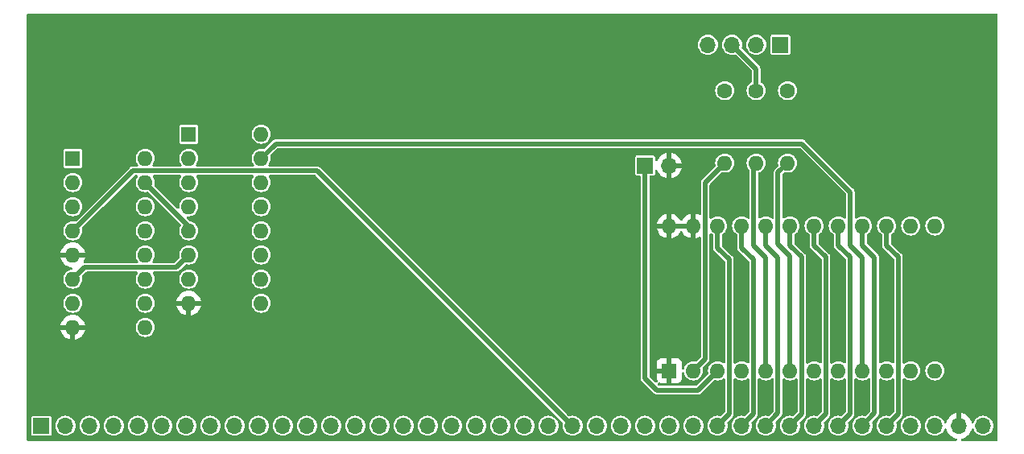
<source format=gbl>
%TF.GenerationSoftware,KiCad,Pcbnew,7.0.1*%
%TF.CreationDate,2024-02-11T14:49:15+00:00*%
%TF.ProjectId,Sys09UART,53797330-3955-4415-9254-2e6b69636164,rev?*%
%TF.SameCoordinates,Original*%
%TF.FileFunction,Copper,L2,Bot*%
%TF.FilePolarity,Positive*%
%FSLAX46Y46*%
G04 Gerber Fmt 4.6, Leading zero omitted, Abs format (unit mm)*
G04 Created by KiCad (PCBNEW 7.0.1) date 2024-02-11 14:49:15*
%MOMM*%
%LPD*%
G01*
G04 APERTURE LIST*
%TA.AperFunction,ComponentPad*%
%ADD10R,1.600000X1.600000*%
%TD*%
%TA.AperFunction,ComponentPad*%
%ADD11O,1.600000X1.600000*%
%TD*%
%TA.AperFunction,ComponentPad*%
%ADD12C,1.600000*%
%TD*%
%TA.AperFunction,ComponentPad*%
%ADD13R,1.700000X1.700000*%
%TD*%
%TA.AperFunction,ComponentPad*%
%ADD14O,1.700000X1.700000*%
%TD*%
%TA.AperFunction,Conductor*%
%ADD15C,0.508000*%
%TD*%
G04 APERTURE END LIST*
D10*
%TO.P,U3,1,VSS*%
%TO.N,GND*%
X150363000Y-95509000D03*
D11*
%TO.P,U3,2,Rx_Data*%
%TO.N,Net-(U3-Rx_Data)*%
X152903000Y-95509000D03*
%TO.P,U3,3,Rx_CLK*%
%TO.N,Net-(J3-Pin_1)*%
X155443000Y-95509000D03*
%TO.P,U3,4,Tx_CLK*%
X157983000Y-95509000D03*
%TO.P,U3,5,~{RTS}*%
%TO.N,Net-(U3-~{RTS})*%
X160523000Y-95509000D03*
%TO.P,U3,6,Tx_Data*%
%TO.N,Net-(U3-Tx_Data)*%
X163063000Y-95509000D03*
%TO.P,U3,7,~{IRQ}*%
%TO.N,unconnected-(U3-~{IRQ}-Pad7)*%
X165603000Y-95509000D03*
%TO.P,U3,8,CS0*%
%TO.N,+5V*%
X168143000Y-95509000D03*
%TO.P,U3,9,CS2*%
%TO.N,/UART*%
X170683000Y-95509000D03*
%TO.P,U3,10,CS1*%
%TO.N,+5V*%
X173223000Y-95509000D03*
%TO.P,U3,11,RS*%
%TO.N,/A0*%
X175763000Y-95509000D03*
%TO.P,U3,12,VCC*%
%TO.N,+5V*%
X178303000Y-95509000D03*
%TO.P,U3,13,R/~{W}*%
%TO.N,/RW*%
X178303000Y-80269000D03*
%TO.P,U3,14,E*%
%TO.N,/E*%
X175763000Y-80269000D03*
%TO.P,U3,15,D7*%
%TO.N,/DA0*%
X173223000Y-80269000D03*
%TO.P,U3,16,D6*%
%TO.N,/DA1*%
X170683000Y-80269000D03*
%TO.P,U3,17,D5*%
%TO.N,/DA2*%
X168143000Y-80269000D03*
%TO.P,U3,18,D4*%
%TO.N,/DA3*%
X165603000Y-80269000D03*
%TO.P,U3,19,D3*%
%TO.N,/DA4*%
X163063000Y-80269000D03*
%TO.P,U3,20,D2*%
%TO.N,/DA5*%
X160523000Y-80269000D03*
%TO.P,U3,21,D1*%
%TO.N,/DA6*%
X157983000Y-80269000D03*
%TO.P,U3,22,D0*%
%TO.N,/DA7*%
X155443000Y-80269000D03*
%TO.P,U3,23,~{DCD}*%
%TO.N,GND*%
X152903000Y-80269000D03*
%TO.P,U3,24,~{CTS}*%
X150363000Y-80269000D03*
%TD*%
D10*
%TO.P,U1,1,A0*%
%TO.N,/A9*%
X87640000Y-73167000D03*
D11*
%TO.P,U1,2,A1*%
%TO.N,/A10*%
X87640000Y-75707000D03*
%TO.P,U1,3,A2*%
%TO.N,/A11*%
X87640000Y-78247000D03*
%TO.P,U1,4,E1*%
%TO.N,/~{IOEN}*%
X87640000Y-80787000D03*
%TO.P,U1,5,E2*%
%TO.N,GND*%
X87640000Y-83327000D03*
%TO.P,U1,6,E3*%
%TO.N,+5V*%
X87640000Y-85867000D03*
%TO.P,U1,7,O7*%
%TO.N,unconnected-(U1-O7-Pad7)*%
X87640000Y-88407000D03*
%TO.P,U1,8,GND*%
%TO.N,GND*%
X87640000Y-90947000D03*
%TO.P,U1,9,O6*%
%TO.N,unconnected-(U1-O6-Pad9)*%
X95260000Y-90947000D03*
%TO.P,U1,10,O5*%
%TO.N,unconnected-(U1-O5-Pad10)*%
X95260000Y-88407000D03*
%TO.P,U1,11,O4*%
%TO.N,unconnected-(U1-O4-Pad11)*%
X95260000Y-85867000D03*
%TO.P,U1,12,O3*%
%TO.N,unconnected-(U1-O3-Pad12)*%
X95260000Y-83327000D03*
%TO.P,U1,13,O2*%
%TO.N,unconnected-(U1-O2-Pad13)*%
X95260000Y-80787000D03*
%TO.P,U1,14,O1*%
%TO.N,unconnected-(U1-O1-Pad14)*%
X95260000Y-78247000D03*
%TO.P,U1,15,O0*%
%TO.N,Net-(U1-O0)*%
X95260000Y-75707000D03*
%TO.P,U1,16,VCC*%
%TO.N,+5V*%
X95260000Y-73167000D03*
%TD*%
D12*
%TO.P,R1,1*%
%TO.N,Net-(J2-Pin_1)*%
X162814000Y-66040000D03*
D11*
%TO.P,R1,2*%
%TO.N,Net-(U3-Tx_Data)*%
X162814000Y-73660000D03*
%TD*%
D12*
%TO.P,R3,1*%
%TO.N,Net-(J2-Pin_3)*%
X159512000Y-66040000D03*
D11*
%TO.P,R3,2*%
%TO.N,Net-(U3-~{RTS})*%
X159512000Y-73660000D03*
%TD*%
D13*
%TO.P,J1,1,Pin_1*%
%TO.N,/A15*%
X84328000Y-101294000D03*
D14*
%TO.P,J1,2,Pin_2*%
%TO.N,/A14*%
X86868000Y-101294000D03*
%TO.P,J1,3,Pin_3*%
%TO.N,/A13*%
X89408000Y-101294000D03*
%TO.P,J1,4,Pin_4*%
%TO.N,/A12*%
X91948000Y-101294000D03*
%TO.P,J1,5,Pin_5*%
%TO.N,/A11*%
X94488000Y-101294000D03*
%TO.P,J1,6,Pin_6*%
%TO.N,/A10*%
X97028000Y-101294000D03*
%TO.P,J1,7,Pin_7*%
%TO.N,/A9*%
X99568000Y-101294000D03*
%TO.P,J1,8,Pin_8*%
%TO.N,/A8*%
X102108000Y-101294000D03*
%TO.P,J1,9,Pin_9*%
%TO.N,/A7*%
X104648000Y-101294000D03*
%TO.P,J1,10,Pin_10*%
%TO.N,/A6*%
X107188000Y-101294000D03*
%TO.P,J1,11,Pin_11*%
%TO.N,/A5*%
X109728000Y-101294000D03*
%TO.P,J1,12,Pin_12*%
%TO.N,/A4*%
X112268000Y-101294000D03*
%TO.P,J1,13,Pin_13*%
%TO.N,/A3*%
X114808000Y-101294000D03*
%TO.P,J1,14,Pin_14*%
%TO.N,/A2*%
X117348000Y-101294000D03*
%TO.P,J1,15,Pin_15*%
%TO.N,/A1*%
X119888000Y-101294000D03*
%TO.P,J1,16,Pin_16*%
%TO.N,/A0*%
X122428000Y-101294000D03*
%TO.P,J1,17,Pin_17*%
%TO.N,unconnected-(J1-Pin_17-Pad17)*%
X124968000Y-101294000D03*
%TO.P,J1,18,Pin_18*%
%TO.N,unconnected-(J1-Pin_18-Pad18)*%
X127508000Y-101294000D03*
%TO.P,J1,19,Pin_19*%
%TO.N,/~{IRQ}*%
X130048000Y-101294000D03*
%TO.P,J1,20,Pin_20*%
%TO.N,/~{WMEM}*%
X132588000Y-101294000D03*
%TO.P,J1,21,Pin_21*%
%TO.N,/~{ROMEN}*%
X135128000Y-101294000D03*
%TO.P,J1,22,Pin_22*%
%TO.N,/~{RMEM}*%
X137668000Y-101294000D03*
%TO.P,J1,23,Pin_23*%
%TO.N,/~{IOEN}*%
X140208000Y-101294000D03*
%TO.P,J1,24,Pin_24*%
%TO.N,/RW*%
X142748000Y-101294000D03*
%TO.P,J1,25,Pin_25*%
%TO.N,/E*%
X145288000Y-101294000D03*
%TO.P,J1,26,Pin_26*%
%TO.N,/~{RST}*%
X147828000Y-101294000D03*
%TO.P,J1,27,Pin_27*%
%TO.N,unconnected-(J1-Pin_27-Pad27)*%
X150368000Y-101294000D03*
%TO.P,J1,28,Pin_28*%
%TO.N,unconnected-(J1-Pin_28-Pad28)*%
X152908000Y-101294000D03*
%TO.P,J1,29,Pin_29*%
%TO.N,/DA7*%
X155448000Y-101294000D03*
%TO.P,J1,30,Pin_30*%
%TO.N,/DA6*%
X157988000Y-101294000D03*
%TO.P,J1,31,Pin_31*%
%TO.N,/DA5*%
X160528000Y-101294000D03*
%TO.P,J1,32,Pin_32*%
%TO.N,/DA4*%
X163068000Y-101294000D03*
%TO.P,J1,33,Pin_33*%
%TO.N,/DA3*%
X165608000Y-101294000D03*
%TO.P,J1,34,Pin_34*%
%TO.N,/DA2*%
X168148000Y-101294000D03*
%TO.P,J1,35,Pin_35*%
%TO.N,/DA1*%
X170688000Y-101294000D03*
%TO.P,J1,36,Pin_36*%
%TO.N,/DA0*%
X173228000Y-101294000D03*
%TO.P,J1,37,Pin_37*%
%TO.N,unconnected-(J1-Pin_37-Pad37)*%
X175768000Y-101294000D03*
%TO.P,J1,38,Pin_38*%
%TO.N,unconnected-(J1-Pin_38-Pad38)*%
X178308000Y-101294000D03*
%TO.P,J1,39,Pin_39*%
%TO.N,GND*%
X180848000Y-101294000D03*
%TO.P,J1,40,Pin_40*%
%TO.N,+5V*%
X183388000Y-101294000D03*
%TD*%
D13*
%TO.P,J2,1,Pin_1*%
%TO.N,Net-(J2-Pin_1)*%
X162052000Y-61214000D03*
D14*
%TO.P,J2,2,Pin_2*%
%TO.N,Net-(J2-Pin_2)*%
X159512000Y-61214000D03*
%TO.P,J2,3,Pin_3*%
%TO.N,Net-(J2-Pin_3)*%
X156972000Y-61214000D03*
%TO.P,J2,4,Pin_4*%
%TO.N,unconnected-(J2-Pin_4-Pad4)*%
X154432000Y-61214000D03*
%TD*%
D13*
%TO.P,J3,1,Pin_1*%
%TO.N,Net-(J3-Pin_1)*%
X147823000Y-73914000D03*
D14*
%TO.P,J3,2,Pin_2*%
%TO.N,GND*%
X150363000Y-73914000D03*
%TD*%
D10*
%TO.P,U4,1,A0*%
%TO.N,/A5*%
X99832000Y-70627000D03*
D11*
%TO.P,U4,2,A1*%
%TO.N,/A6*%
X99832000Y-73167000D03*
%TO.P,U4,3,A2*%
%TO.N,/A7*%
X99832000Y-75707000D03*
%TO.P,U4,4,E1*%
%TO.N,/A8*%
X99832000Y-78247000D03*
%TO.P,U4,5,E2*%
%TO.N,Net-(U1-O0)*%
X99832000Y-80787000D03*
%TO.P,U4,6,E3*%
%TO.N,+5V*%
X99832000Y-83327000D03*
%TO.P,U4,7,O7*%
%TO.N,unconnected-(U4-O7-Pad7)*%
X99832000Y-85867000D03*
%TO.P,U4,8,GND*%
%TO.N,GND*%
X99832000Y-88407000D03*
%TO.P,U4,9,O6*%
%TO.N,unconnected-(U4-O6-Pad9)*%
X107452000Y-88407000D03*
%TO.P,U4,10,O5*%
%TO.N,unconnected-(U4-O5-Pad10)*%
X107452000Y-85867000D03*
%TO.P,U4,11,O4*%
%TO.N,unconnected-(U4-O4-Pad11)*%
X107452000Y-83327000D03*
%TO.P,U4,12,O3*%
%TO.N,unconnected-(U4-O3-Pad12)*%
X107452000Y-80787000D03*
%TO.P,U4,13,O2*%
%TO.N,unconnected-(U4-O2-Pad13)*%
X107452000Y-78247000D03*
%TO.P,U4,14,O1*%
%TO.N,unconnected-(U4-O1-Pad14)*%
X107452000Y-75707000D03*
%TO.P,U4,15,O0*%
%TO.N,/UART*%
X107452000Y-73167000D03*
%TO.P,U4,16,VCC*%
%TO.N,+5V*%
X107452000Y-70627000D03*
%TD*%
D12*
%TO.P,R2,1*%
%TO.N,Net-(J2-Pin_2)*%
X156210000Y-66040000D03*
D11*
%TO.P,R2,2*%
%TO.N,Net-(U3-Rx_Data)*%
X156210000Y-73660000D03*
%TD*%
D15*
%TO.N,/~{IOEN}*%
X140168000Y-101294000D02*
X113327000Y-74453000D01*
X93974000Y-74453000D02*
X87640000Y-80787000D01*
X113327000Y-74453000D02*
X93974000Y-74453000D01*
%TO.N,/DA7*%
X155408000Y-101294000D02*
X156697000Y-100005000D01*
X156697000Y-83799000D02*
X155443000Y-82545000D01*
X156697000Y-100005000D02*
X156697000Y-83799000D01*
X155443000Y-82545000D02*
X155443000Y-80269000D01*
%TO.N,/DA6*%
X159237000Y-83799000D02*
X157983000Y-82545000D01*
X159237000Y-100005000D02*
X159237000Y-83799000D01*
X157948000Y-101294000D02*
X159237000Y-100005000D01*
X157983000Y-82545000D02*
X157983000Y-80269000D01*
%TO.N,/DA5*%
X160488000Y-101294000D02*
X161809000Y-99973000D01*
X161809000Y-83577000D02*
X160523000Y-82291000D01*
X160523000Y-82291000D02*
X160523000Y-80269000D01*
X161809000Y-99973000D02*
X161809000Y-83577000D01*
%TO.N,/DA4*%
X163028000Y-101294000D02*
X164317000Y-100005000D01*
X164317000Y-83545000D02*
X163063000Y-82291000D01*
X163063000Y-82291000D02*
X163063000Y-80269000D01*
X164317000Y-100005000D02*
X164317000Y-83545000D01*
%TO.N,/DA3*%
X165568000Y-101294000D02*
X166857000Y-100005000D01*
X166857000Y-83545000D02*
X165603000Y-82291000D01*
X166857000Y-100005000D02*
X166857000Y-83545000D01*
X165603000Y-82291000D02*
X165603000Y-80269000D01*
%TO.N,/DA2*%
X168108000Y-101294000D02*
X169397000Y-100005000D01*
X168143000Y-82291000D02*
X168143000Y-80269000D01*
X169397000Y-100005000D02*
X169397000Y-83545000D01*
X169397000Y-83545000D02*
X168143000Y-82291000D01*
%TO.N,/DA1*%
X171969000Y-83577000D02*
X170683000Y-82291000D01*
X170648000Y-101294000D02*
X171969000Y-99973000D01*
X170683000Y-82291000D02*
X170683000Y-80269000D01*
X171969000Y-99973000D02*
X171969000Y-83577000D01*
%TO.N,/DA0*%
X173188000Y-101294000D02*
X174477000Y-100005000D01*
X173223000Y-82296000D02*
X173223000Y-80269000D01*
X174477000Y-83550000D02*
X173223000Y-82296000D01*
X174477000Y-100005000D02*
X174477000Y-83550000D01*
%TO.N,+5V*%
X88894000Y-84613000D02*
X98546000Y-84613000D01*
X87640000Y-85867000D02*
X88894000Y-84613000D01*
X98546000Y-84613000D02*
X99832000Y-83327000D01*
%TO.N,Net-(J2-Pin_3)*%
X159512000Y-66040000D02*
X159512000Y-63754000D01*
X159512000Y-63754000D02*
X156972000Y-61214000D01*
%TO.N,Net-(J3-Pin_1)*%
X155443000Y-95509000D02*
X153416000Y-97536000D01*
X153416000Y-97536000D02*
X149098000Y-97536000D01*
X149098000Y-97536000D02*
X147823000Y-96261000D01*
X147823000Y-96261000D02*
X147823000Y-73914000D01*
%TO.N,Net-(U3-Tx_Data)*%
X163063000Y-83426632D02*
X161809000Y-82172632D01*
X161809000Y-74665000D02*
X162814000Y-73660000D01*
X163063000Y-95509000D02*
X163063000Y-83426632D01*
X161809000Y-82172632D02*
X161809000Y-74665000D01*
%TO.N,Net-(U3-Rx_Data)*%
X152903000Y-95509000D02*
X154157000Y-94255000D01*
X154157000Y-94255000D02*
X154157000Y-75713000D01*
X154157000Y-75713000D02*
X156210000Y-73660000D01*
%TO.N,Net-(U3-~{RTS})*%
X159269000Y-82307000D02*
X159269000Y-73903000D01*
X160523000Y-95509000D02*
X160523000Y-83561000D01*
X159269000Y-73903000D02*
X159512000Y-73660000D01*
X160523000Y-83561000D02*
X159269000Y-82307000D01*
%TO.N,Net-(U1-O0)*%
X99832000Y-80279000D02*
X99832000Y-80787000D01*
X95260000Y-75707000D02*
X99832000Y-80279000D01*
%TO.N,/UART*%
X169418000Y-76708000D02*
X169418000Y-82296000D01*
X108991000Y-71628000D02*
X164338000Y-71628000D01*
X107452000Y-73167000D02*
X108991000Y-71628000D01*
X170683000Y-83561000D02*
X170683000Y-95509000D01*
X169418000Y-82296000D02*
X170683000Y-83561000D01*
X164338000Y-71628000D02*
X169418000Y-76708000D01*
%TD*%
%TA.AperFunction,Conductor*%
%TO.N,GND*%
G36*
X184849000Y-57928881D02*
G01*
X184895119Y-57975000D01*
X184912000Y-58038000D01*
X184912000Y-102744000D01*
X184895119Y-102807000D01*
X184849000Y-102853119D01*
X184786000Y-102870000D01*
X181174717Y-102870000D01*
X181114748Y-102854814D01*
X181069234Y-102812916D01*
X181049147Y-102754405D01*
X181059329Y-102693387D01*
X181097326Y-102644568D01*
X181153978Y-102619719D01*
X181182508Y-102614957D01*
X181395368Y-102541883D01*
X181593302Y-102434766D01*
X181770903Y-102296533D01*
X181923321Y-102130962D01*
X182046419Y-101942548D01*
X182136820Y-101736455D01*
X182156473Y-101658847D01*
X182187971Y-101602261D01*
X182243414Y-101568795D01*
X182308158Y-101567289D01*
X182365098Y-101598141D01*
X182399192Y-101653201D01*
X182400905Y-101658847D01*
X182412768Y-101697954D01*
X182467839Y-101800984D01*
X182510314Y-101880449D01*
X182641589Y-102040410D01*
X182791877Y-102163747D01*
X182801550Y-102171685D01*
X182984046Y-102269232D01*
X183182066Y-102329300D01*
X183388000Y-102349583D01*
X183593934Y-102329300D01*
X183791954Y-102269232D01*
X183974450Y-102171685D01*
X184134410Y-102040410D01*
X184265685Y-101880450D01*
X184363232Y-101697954D01*
X184423300Y-101499934D01*
X184443583Y-101294000D01*
X184423300Y-101088066D01*
X184363232Y-100890046D01*
X184265685Y-100707550D01*
X184214722Y-100645451D01*
X184134410Y-100547589D01*
X183974449Y-100416314D01*
X183791956Y-100318769D01*
X183791955Y-100318768D01*
X183791954Y-100318768D01*
X183593934Y-100258700D01*
X183593931Y-100258699D01*
X183593929Y-100258699D01*
X183388000Y-100238416D01*
X183182070Y-100258699D01*
X183182067Y-100258699D01*
X183182066Y-100258700D01*
X182984046Y-100318768D01*
X182984043Y-100318769D01*
X182801550Y-100416314D01*
X182641589Y-100547589D01*
X182510314Y-100707550D01*
X182412767Y-100890047D01*
X182399192Y-100934799D01*
X182365098Y-100989858D01*
X182308158Y-101020710D01*
X182243414Y-101019204D01*
X182187971Y-100985738D01*
X182156473Y-100929153D01*
X182136819Y-100851542D01*
X182046419Y-100645451D01*
X181923321Y-100457037D01*
X181770903Y-100291466D01*
X181593302Y-100153233D01*
X181395368Y-100046116D01*
X181182514Y-99973044D01*
X181102000Y-99959609D01*
X181102000Y-101422000D01*
X181085119Y-101485000D01*
X181039000Y-101531119D01*
X180976000Y-101548000D01*
X180720000Y-101548000D01*
X180657000Y-101531119D01*
X180610881Y-101485000D01*
X180594000Y-101422000D01*
X180594000Y-99959609D01*
X180513485Y-99973044D01*
X180300631Y-100046116D01*
X180102697Y-100153233D01*
X179925096Y-100291466D01*
X179772678Y-100457037D01*
X179649580Y-100645451D01*
X179559178Y-100851547D01*
X179539525Y-100929154D01*
X179508027Y-100985739D01*
X179452583Y-101019205D01*
X179387839Y-101020710D01*
X179330900Y-100989857D01*
X179296807Y-100934799D01*
X179283232Y-100890046D01*
X179185685Y-100707550D01*
X179134722Y-100645451D01*
X179054410Y-100547589D01*
X178894449Y-100416314D01*
X178711956Y-100318769D01*
X178711955Y-100318768D01*
X178711954Y-100318768D01*
X178513934Y-100258700D01*
X178513931Y-100258699D01*
X178513929Y-100258699D01*
X178308000Y-100238416D01*
X178102070Y-100258699D01*
X178102067Y-100258699D01*
X178102066Y-100258700D01*
X177904046Y-100318768D01*
X177904043Y-100318769D01*
X177721550Y-100416314D01*
X177561589Y-100547589D01*
X177430314Y-100707550D01*
X177332769Y-100890043D01*
X177332769Y-100890044D01*
X177332768Y-100890046D01*
X177272701Y-101088065D01*
X177272699Y-101088070D01*
X177252416Y-101294000D01*
X177272699Y-101499929D01*
X177272699Y-101499931D01*
X177272700Y-101499934D01*
X177332767Y-101697951D01*
X177332769Y-101697956D01*
X177430314Y-101880449D01*
X177561589Y-102040410D01*
X177711877Y-102163747D01*
X177721550Y-102171685D01*
X177904046Y-102269232D01*
X178102066Y-102329300D01*
X178308000Y-102349583D01*
X178513934Y-102329300D01*
X178711954Y-102269232D01*
X178894450Y-102171685D01*
X179054410Y-102040410D01*
X179185685Y-101880450D01*
X179283232Y-101697954D01*
X179296807Y-101653200D01*
X179330899Y-101598142D01*
X179387839Y-101567289D01*
X179452583Y-101568794D01*
X179508027Y-101602260D01*
X179539525Y-101658845D01*
X179559178Y-101736452D01*
X179649580Y-101942548D01*
X179772678Y-102130962D01*
X179925096Y-102296533D01*
X180102697Y-102434766D01*
X180300631Y-102541883D01*
X180513491Y-102614957D01*
X180542022Y-102619719D01*
X180598674Y-102644568D01*
X180636671Y-102693387D01*
X180646853Y-102754405D01*
X180626766Y-102812916D01*
X180581252Y-102854814D01*
X180521283Y-102870000D01*
X82930000Y-102870000D01*
X82867000Y-102853119D01*
X82820881Y-102807000D01*
X82804000Y-102744000D01*
X82804000Y-102163747D01*
X83277500Y-102163747D01*
X83289133Y-102222231D01*
X83333447Y-102288552D01*
X83377762Y-102318162D01*
X83399769Y-102332867D01*
X83458252Y-102344500D01*
X85197747Y-102344500D01*
X85197748Y-102344500D01*
X85256231Y-102332867D01*
X85322552Y-102288552D01*
X85366867Y-102222231D01*
X85378500Y-102163748D01*
X85378500Y-101294000D01*
X85812416Y-101294000D01*
X85832699Y-101499929D01*
X85832699Y-101499931D01*
X85832700Y-101499934D01*
X85892767Y-101697951D01*
X85892769Y-101697956D01*
X85990314Y-101880449D01*
X86121589Y-102040410D01*
X86271877Y-102163747D01*
X86281550Y-102171685D01*
X86464046Y-102269232D01*
X86662066Y-102329300D01*
X86868000Y-102349583D01*
X87073934Y-102329300D01*
X87271954Y-102269232D01*
X87454450Y-102171685D01*
X87614410Y-102040410D01*
X87745685Y-101880450D01*
X87843232Y-101697954D01*
X87903300Y-101499934D01*
X87923583Y-101294000D01*
X88352416Y-101294000D01*
X88372699Y-101499929D01*
X88372699Y-101499931D01*
X88372700Y-101499934D01*
X88432767Y-101697951D01*
X88432769Y-101697956D01*
X88530314Y-101880449D01*
X88661589Y-102040410D01*
X88811877Y-102163747D01*
X88821550Y-102171685D01*
X89004046Y-102269232D01*
X89202066Y-102329300D01*
X89408000Y-102349583D01*
X89613934Y-102329300D01*
X89811954Y-102269232D01*
X89994450Y-102171685D01*
X90154410Y-102040410D01*
X90285685Y-101880450D01*
X90383232Y-101697954D01*
X90443300Y-101499934D01*
X90463583Y-101294000D01*
X90892416Y-101294000D01*
X90912699Y-101499929D01*
X90912699Y-101499931D01*
X90912700Y-101499934D01*
X90972767Y-101697951D01*
X90972769Y-101697956D01*
X91070314Y-101880449D01*
X91201589Y-102040410D01*
X91351877Y-102163747D01*
X91361550Y-102171685D01*
X91544046Y-102269232D01*
X91742066Y-102329300D01*
X91948000Y-102349583D01*
X92153934Y-102329300D01*
X92351954Y-102269232D01*
X92534450Y-102171685D01*
X92694410Y-102040410D01*
X92825685Y-101880450D01*
X92923232Y-101697954D01*
X92983300Y-101499934D01*
X93003583Y-101294000D01*
X93432416Y-101294000D01*
X93452699Y-101499929D01*
X93452699Y-101499931D01*
X93452700Y-101499934D01*
X93512767Y-101697951D01*
X93512769Y-101697956D01*
X93610314Y-101880449D01*
X93741589Y-102040410D01*
X93891877Y-102163747D01*
X93901550Y-102171685D01*
X94084046Y-102269232D01*
X94282066Y-102329300D01*
X94488000Y-102349583D01*
X94693934Y-102329300D01*
X94891954Y-102269232D01*
X95074450Y-102171685D01*
X95234410Y-102040410D01*
X95365685Y-101880450D01*
X95463232Y-101697954D01*
X95523300Y-101499934D01*
X95543583Y-101294000D01*
X95972416Y-101294000D01*
X95992699Y-101499929D01*
X95992699Y-101499931D01*
X95992700Y-101499934D01*
X96052767Y-101697951D01*
X96052769Y-101697956D01*
X96150314Y-101880449D01*
X96281589Y-102040410D01*
X96431877Y-102163747D01*
X96441550Y-102171685D01*
X96624046Y-102269232D01*
X96822066Y-102329300D01*
X97028000Y-102349583D01*
X97233934Y-102329300D01*
X97431954Y-102269232D01*
X97614450Y-102171685D01*
X97774410Y-102040410D01*
X97905685Y-101880450D01*
X98003232Y-101697954D01*
X98063300Y-101499934D01*
X98083583Y-101294000D01*
X98512416Y-101294000D01*
X98532699Y-101499929D01*
X98532699Y-101499931D01*
X98532700Y-101499934D01*
X98592767Y-101697951D01*
X98592769Y-101697956D01*
X98690314Y-101880449D01*
X98821589Y-102040410D01*
X98971877Y-102163747D01*
X98981550Y-102171685D01*
X99164046Y-102269232D01*
X99362066Y-102329300D01*
X99568000Y-102349583D01*
X99773934Y-102329300D01*
X99971954Y-102269232D01*
X100154450Y-102171685D01*
X100314410Y-102040410D01*
X100445685Y-101880450D01*
X100543232Y-101697954D01*
X100603300Y-101499934D01*
X100623583Y-101294000D01*
X101052416Y-101294000D01*
X101072699Y-101499929D01*
X101072699Y-101499931D01*
X101072700Y-101499934D01*
X101132767Y-101697951D01*
X101132769Y-101697956D01*
X101230314Y-101880449D01*
X101361589Y-102040410D01*
X101511877Y-102163747D01*
X101521550Y-102171685D01*
X101704046Y-102269232D01*
X101902066Y-102329300D01*
X102108000Y-102349583D01*
X102313934Y-102329300D01*
X102511954Y-102269232D01*
X102694450Y-102171685D01*
X102854410Y-102040410D01*
X102985685Y-101880450D01*
X103083232Y-101697954D01*
X103143300Y-101499934D01*
X103163583Y-101294000D01*
X103592416Y-101294000D01*
X103612699Y-101499929D01*
X103612699Y-101499931D01*
X103612700Y-101499934D01*
X103672767Y-101697951D01*
X103672769Y-101697956D01*
X103770314Y-101880449D01*
X103901589Y-102040410D01*
X104051877Y-102163747D01*
X104061550Y-102171685D01*
X104244046Y-102269232D01*
X104442066Y-102329300D01*
X104648000Y-102349583D01*
X104853934Y-102329300D01*
X105051954Y-102269232D01*
X105234450Y-102171685D01*
X105394410Y-102040410D01*
X105525685Y-101880450D01*
X105623232Y-101697954D01*
X105683300Y-101499934D01*
X105703583Y-101294000D01*
X106132416Y-101294000D01*
X106152699Y-101499929D01*
X106152699Y-101499931D01*
X106152700Y-101499934D01*
X106212767Y-101697951D01*
X106212769Y-101697956D01*
X106310314Y-101880449D01*
X106441589Y-102040410D01*
X106591877Y-102163747D01*
X106601550Y-102171685D01*
X106784046Y-102269232D01*
X106982066Y-102329300D01*
X107188000Y-102349583D01*
X107393934Y-102329300D01*
X107591954Y-102269232D01*
X107774450Y-102171685D01*
X107934410Y-102040410D01*
X108065685Y-101880450D01*
X108163232Y-101697954D01*
X108223300Y-101499934D01*
X108243583Y-101294000D01*
X108672416Y-101294000D01*
X108692699Y-101499929D01*
X108692699Y-101499931D01*
X108692700Y-101499934D01*
X108752767Y-101697951D01*
X108752769Y-101697956D01*
X108850314Y-101880449D01*
X108981589Y-102040410D01*
X109131877Y-102163747D01*
X109141550Y-102171685D01*
X109324046Y-102269232D01*
X109522066Y-102329300D01*
X109728000Y-102349583D01*
X109933934Y-102329300D01*
X110131954Y-102269232D01*
X110314450Y-102171685D01*
X110474410Y-102040410D01*
X110605685Y-101880450D01*
X110703232Y-101697954D01*
X110763300Y-101499934D01*
X110783583Y-101294000D01*
X111212416Y-101294000D01*
X111232699Y-101499929D01*
X111232699Y-101499931D01*
X111232700Y-101499934D01*
X111292767Y-101697951D01*
X111292769Y-101697956D01*
X111390314Y-101880449D01*
X111521589Y-102040410D01*
X111671877Y-102163747D01*
X111681550Y-102171685D01*
X111864046Y-102269232D01*
X112062066Y-102329300D01*
X112268000Y-102349583D01*
X112473934Y-102329300D01*
X112671954Y-102269232D01*
X112854450Y-102171685D01*
X113014410Y-102040410D01*
X113145685Y-101880450D01*
X113243232Y-101697954D01*
X113303300Y-101499934D01*
X113323583Y-101294000D01*
X113752416Y-101294000D01*
X113772699Y-101499929D01*
X113772699Y-101499931D01*
X113772700Y-101499934D01*
X113832767Y-101697951D01*
X113832769Y-101697956D01*
X113930314Y-101880449D01*
X114061589Y-102040410D01*
X114211877Y-102163747D01*
X114221550Y-102171685D01*
X114404046Y-102269232D01*
X114602066Y-102329300D01*
X114808000Y-102349583D01*
X115013934Y-102329300D01*
X115211954Y-102269232D01*
X115394450Y-102171685D01*
X115554410Y-102040410D01*
X115685685Y-101880450D01*
X115783232Y-101697954D01*
X115843300Y-101499934D01*
X115863583Y-101294000D01*
X116292416Y-101294000D01*
X116312699Y-101499929D01*
X116312699Y-101499931D01*
X116312700Y-101499934D01*
X116372767Y-101697951D01*
X116372769Y-101697956D01*
X116470314Y-101880449D01*
X116601589Y-102040410D01*
X116751877Y-102163747D01*
X116761550Y-102171685D01*
X116944046Y-102269232D01*
X117142066Y-102329300D01*
X117348000Y-102349583D01*
X117553934Y-102329300D01*
X117751954Y-102269232D01*
X117934450Y-102171685D01*
X118094410Y-102040410D01*
X118225685Y-101880450D01*
X118323232Y-101697954D01*
X118383300Y-101499934D01*
X118403583Y-101294000D01*
X118832416Y-101294000D01*
X118852699Y-101499929D01*
X118852699Y-101499931D01*
X118852700Y-101499934D01*
X118912767Y-101697951D01*
X118912769Y-101697956D01*
X119010314Y-101880449D01*
X119141589Y-102040410D01*
X119291877Y-102163747D01*
X119301550Y-102171685D01*
X119484046Y-102269232D01*
X119682066Y-102329300D01*
X119888000Y-102349583D01*
X120093934Y-102329300D01*
X120291954Y-102269232D01*
X120474450Y-102171685D01*
X120634410Y-102040410D01*
X120765685Y-101880450D01*
X120863232Y-101697954D01*
X120923300Y-101499934D01*
X120943583Y-101294000D01*
X121372416Y-101294000D01*
X121392699Y-101499929D01*
X121392699Y-101499931D01*
X121392700Y-101499934D01*
X121452767Y-101697951D01*
X121452769Y-101697956D01*
X121550314Y-101880449D01*
X121681589Y-102040410D01*
X121831877Y-102163747D01*
X121841550Y-102171685D01*
X122024046Y-102269232D01*
X122222066Y-102329300D01*
X122428000Y-102349583D01*
X122633934Y-102329300D01*
X122831954Y-102269232D01*
X123014450Y-102171685D01*
X123174410Y-102040410D01*
X123305685Y-101880450D01*
X123403232Y-101697954D01*
X123463300Y-101499934D01*
X123483583Y-101294000D01*
X123912416Y-101294000D01*
X123932699Y-101499929D01*
X123932699Y-101499931D01*
X123932700Y-101499934D01*
X123992767Y-101697951D01*
X123992769Y-101697956D01*
X124090314Y-101880449D01*
X124221589Y-102040410D01*
X124371877Y-102163747D01*
X124381550Y-102171685D01*
X124564046Y-102269232D01*
X124762066Y-102329300D01*
X124968000Y-102349583D01*
X125173934Y-102329300D01*
X125371954Y-102269232D01*
X125554450Y-102171685D01*
X125714410Y-102040410D01*
X125845685Y-101880450D01*
X125943232Y-101697954D01*
X126003300Y-101499934D01*
X126023583Y-101294000D01*
X126452416Y-101294000D01*
X126472699Y-101499929D01*
X126472699Y-101499931D01*
X126472700Y-101499934D01*
X126532767Y-101697951D01*
X126532769Y-101697956D01*
X126630314Y-101880449D01*
X126761589Y-102040410D01*
X126911877Y-102163747D01*
X126921550Y-102171685D01*
X127104046Y-102269232D01*
X127302066Y-102329300D01*
X127508000Y-102349583D01*
X127713934Y-102329300D01*
X127911954Y-102269232D01*
X128094450Y-102171685D01*
X128254410Y-102040410D01*
X128385685Y-101880450D01*
X128483232Y-101697954D01*
X128543300Y-101499934D01*
X128563583Y-101294000D01*
X128992416Y-101294000D01*
X129012699Y-101499929D01*
X129012699Y-101499931D01*
X129012700Y-101499934D01*
X129072767Y-101697951D01*
X129072769Y-101697956D01*
X129170314Y-101880449D01*
X129301589Y-102040410D01*
X129451877Y-102163747D01*
X129461550Y-102171685D01*
X129644046Y-102269232D01*
X129842066Y-102329300D01*
X130048000Y-102349583D01*
X130253934Y-102329300D01*
X130451954Y-102269232D01*
X130634450Y-102171685D01*
X130794410Y-102040410D01*
X130925685Y-101880450D01*
X131023232Y-101697954D01*
X131083300Y-101499934D01*
X131103583Y-101294000D01*
X131532416Y-101294000D01*
X131552699Y-101499929D01*
X131552699Y-101499931D01*
X131552700Y-101499934D01*
X131612767Y-101697951D01*
X131612769Y-101697956D01*
X131710314Y-101880449D01*
X131841589Y-102040410D01*
X131991877Y-102163747D01*
X132001550Y-102171685D01*
X132184046Y-102269232D01*
X132382066Y-102329300D01*
X132588000Y-102349583D01*
X132793934Y-102329300D01*
X132991954Y-102269232D01*
X133174450Y-102171685D01*
X133334410Y-102040410D01*
X133465685Y-101880450D01*
X133563232Y-101697954D01*
X133623300Y-101499934D01*
X133643583Y-101294000D01*
X134072416Y-101294000D01*
X134092699Y-101499929D01*
X134092699Y-101499931D01*
X134092700Y-101499934D01*
X134152767Y-101697951D01*
X134152769Y-101697956D01*
X134250314Y-101880449D01*
X134381589Y-102040410D01*
X134531877Y-102163747D01*
X134541550Y-102171685D01*
X134724046Y-102269232D01*
X134922066Y-102329300D01*
X135128000Y-102349583D01*
X135333934Y-102329300D01*
X135531954Y-102269232D01*
X135714450Y-102171685D01*
X135874410Y-102040410D01*
X136005685Y-101880450D01*
X136103232Y-101697954D01*
X136163300Y-101499934D01*
X136183583Y-101294000D01*
X136612416Y-101294000D01*
X136632699Y-101499929D01*
X136632699Y-101499931D01*
X136632700Y-101499934D01*
X136692767Y-101697951D01*
X136692769Y-101697956D01*
X136790314Y-101880449D01*
X136921589Y-102040410D01*
X137071877Y-102163747D01*
X137081550Y-102171685D01*
X137264046Y-102269232D01*
X137462066Y-102329300D01*
X137668000Y-102349583D01*
X137873934Y-102329300D01*
X138071954Y-102269232D01*
X138254450Y-102171685D01*
X138414410Y-102040410D01*
X138545685Y-101880450D01*
X138643232Y-101697954D01*
X138703300Y-101499934D01*
X138723583Y-101294000D01*
X138703300Y-101088066D01*
X138643232Y-100890046D01*
X138545685Y-100707550D01*
X138494722Y-100645451D01*
X138414410Y-100547589D01*
X138254449Y-100416314D01*
X138071956Y-100318769D01*
X138071955Y-100318768D01*
X138071954Y-100318768D01*
X137873934Y-100258700D01*
X137873931Y-100258699D01*
X137873929Y-100258699D01*
X137668000Y-100238416D01*
X137462070Y-100258699D01*
X137462067Y-100258699D01*
X137462066Y-100258700D01*
X137264046Y-100318768D01*
X137264043Y-100318769D01*
X137081550Y-100416314D01*
X136921589Y-100547589D01*
X136790314Y-100707550D01*
X136692769Y-100890043D01*
X136692769Y-100890044D01*
X136692768Y-100890046D01*
X136632701Y-101088065D01*
X136632699Y-101088070D01*
X136612416Y-101294000D01*
X136183583Y-101294000D01*
X136163300Y-101088066D01*
X136103232Y-100890046D01*
X136005685Y-100707550D01*
X135954722Y-100645451D01*
X135874410Y-100547589D01*
X135714449Y-100416314D01*
X135531956Y-100318769D01*
X135531955Y-100318768D01*
X135531954Y-100318768D01*
X135333934Y-100258700D01*
X135333931Y-100258699D01*
X135333929Y-100258699D01*
X135128000Y-100238416D01*
X134922070Y-100258699D01*
X134922067Y-100258699D01*
X134922066Y-100258700D01*
X134724046Y-100318768D01*
X134724043Y-100318769D01*
X134541550Y-100416314D01*
X134381589Y-100547589D01*
X134250314Y-100707550D01*
X134152769Y-100890043D01*
X134152769Y-100890044D01*
X134152768Y-100890046D01*
X134092701Y-101088065D01*
X134092699Y-101088070D01*
X134072416Y-101294000D01*
X133643583Y-101294000D01*
X133623300Y-101088066D01*
X133563232Y-100890046D01*
X133465685Y-100707550D01*
X133414722Y-100645451D01*
X133334410Y-100547589D01*
X133174449Y-100416314D01*
X132991956Y-100318769D01*
X132991955Y-100318768D01*
X132991954Y-100318768D01*
X132793934Y-100258700D01*
X132793931Y-100258699D01*
X132793929Y-100258699D01*
X132588000Y-100238416D01*
X132382070Y-100258699D01*
X132382067Y-100258699D01*
X132382066Y-100258700D01*
X132184046Y-100318768D01*
X132184043Y-100318769D01*
X132001550Y-100416314D01*
X131841589Y-100547589D01*
X131710314Y-100707550D01*
X131612769Y-100890043D01*
X131612769Y-100890044D01*
X131612768Y-100890046D01*
X131552701Y-101088065D01*
X131552699Y-101088070D01*
X131532416Y-101294000D01*
X131103583Y-101294000D01*
X131083300Y-101088066D01*
X131023232Y-100890046D01*
X130925685Y-100707550D01*
X130874722Y-100645451D01*
X130794410Y-100547589D01*
X130634449Y-100416314D01*
X130451956Y-100318769D01*
X130451955Y-100318768D01*
X130451954Y-100318768D01*
X130253934Y-100258700D01*
X130253931Y-100258699D01*
X130253929Y-100258699D01*
X130048000Y-100238416D01*
X129842070Y-100258699D01*
X129842067Y-100258699D01*
X129842066Y-100258700D01*
X129644046Y-100318768D01*
X129644043Y-100318769D01*
X129461550Y-100416314D01*
X129301589Y-100547589D01*
X129170314Y-100707550D01*
X129072769Y-100890043D01*
X129072769Y-100890044D01*
X129072768Y-100890046D01*
X129012701Y-101088065D01*
X129012699Y-101088070D01*
X128992416Y-101294000D01*
X128563583Y-101294000D01*
X128543300Y-101088066D01*
X128483232Y-100890046D01*
X128385685Y-100707550D01*
X128334722Y-100645451D01*
X128254410Y-100547589D01*
X128094449Y-100416314D01*
X127911956Y-100318769D01*
X127911955Y-100318768D01*
X127911954Y-100318768D01*
X127713934Y-100258700D01*
X127713931Y-100258699D01*
X127713929Y-100258699D01*
X127508000Y-100238416D01*
X127302070Y-100258699D01*
X127302067Y-100258699D01*
X127302066Y-100258700D01*
X127104046Y-100318768D01*
X127104043Y-100318769D01*
X126921550Y-100416314D01*
X126761589Y-100547589D01*
X126630314Y-100707550D01*
X126532769Y-100890043D01*
X126532769Y-100890044D01*
X126532768Y-100890046D01*
X126472701Y-101088065D01*
X126472699Y-101088070D01*
X126452416Y-101294000D01*
X126023583Y-101294000D01*
X126003300Y-101088066D01*
X125943232Y-100890046D01*
X125845685Y-100707550D01*
X125794722Y-100645451D01*
X125714410Y-100547589D01*
X125554449Y-100416314D01*
X125371956Y-100318769D01*
X125371955Y-100318768D01*
X125371954Y-100318768D01*
X125173934Y-100258700D01*
X125173931Y-100258699D01*
X125173929Y-100258699D01*
X124968000Y-100238416D01*
X124762070Y-100258699D01*
X124762067Y-100258699D01*
X124762066Y-100258700D01*
X124564046Y-100318768D01*
X124564043Y-100318769D01*
X124381550Y-100416314D01*
X124221589Y-100547589D01*
X124090314Y-100707550D01*
X123992769Y-100890043D01*
X123992769Y-100890044D01*
X123992768Y-100890046D01*
X123932701Y-101088065D01*
X123932699Y-101088070D01*
X123912416Y-101294000D01*
X123483583Y-101294000D01*
X123463300Y-101088066D01*
X123403232Y-100890046D01*
X123305685Y-100707550D01*
X123254722Y-100645451D01*
X123174410Y-100547589D01*
X123014449Y-100416314D01*
X122831956Y-100318769D01*
X122831955Y-100318768D01*
X122831954Y-100318768D01*
X122633934Y-100258700D01*
X122633931Y-100258699D01*
X122633929Y-100258699D01*
X122428000Y-100238416D01*
X122222070Y-100258699D01*
X122222067Y-100258699D01*
X122222066Y-100258700D01*
X122024046Y-100318768D01*
X122024043Y-100318769D01*
X121841550Y-100416314D01*
X121681589Y-100547589D01*
X121550314Y-100707550D01*
X121452769Y-100890043D01*
X121452769Y-100890044D01*
X121452768Y-100890046D01*
X121392701Y-101088065D01*
X121392699Y-101088070D01*
X121372416Y-101294000D01*
X120943583Y-101294000D01*
X120923300Y-101088066D01*
X120863232Y-100890046D01*
X120765685Y-100707550D01*
X120714722Y-100645451D01*
X120634410Y-100547589D01*
X120474449Y-100416314D01*
X120291956Y-100318769D01*
X120291955Y-100318768D01*
X120291954Y-100318768D01*
X120093934Y-100258700D01*
X120093931Y-100258699D01*
X120093929Y-100258699D01*
X119888000Y-100238416D01*
X119682070Y-100258699D01*
X119682067Y-100258699D01*
X119682066Y-100258700D01*
X119484046Y-100318768D01*
X119484043Y-100318769D01*
X119301550Y-100416314D01*
X119141589Y-100547589D01*
X119010314Y-100707550D01*
X118912769Y-100890043D01*
X118912769Y-100890044D01*
X118912768Y-100890046D01*
X118852701Y-101088065D01*
X118852699Y-101088070D01*
X118832416Y-101294000D01*
X118403583Y-101294000D01*
X118383300Y-101088066D01*
X118323232Y-100890046D01*
X118225685Y-100707550D01*
X118174722Y-100645451D01*
X118094410Y-100547589D01*
X117934449Y-100416314D01*
X117751956Y-100318769D01*
X117751955Y-100318768D01*
X117751954Y-100318768D01*
X117553934Y-100258700D01*
X117553931Y-100258699D01*
X117553929Y-100258699D01*
X117348000Y-100238416D01*
X117142070Y-100258699D01*
X117142067Y-100258699D01*
X117142066Y-100258700D01*
X116944046Y-100318768D01*
X116944043Y-100318769D01*
X116761550Y-100416314D01*
X116601589Y-100547589D01*
X116470314Y-100707550D01*
X116372769Y-100890043D01*
X116372769Y-100890044D01*
X116372768Y-100890046D01*
X116312701Y-101088065D01*
X116312699Y-101088070D01*
X116292416Y-101294000D01*
X115863583Y-101294000D01*
X115843300Y-101088066D01*
X115783232Y-100890046D01*
X115685685Y-100707550D01*
X115634722Y-100645451D01*
X115554410Y-100547589D01*
X115394449Y-100416314D01*
X115211956Y-100318769D01*
X115211955Y-100318768D01*
X115211954Y-100318768D01*
X115013934Y-100258700D01*
X115013931Y-100258699D01*
X115013929Y-100258699D01*
X114808000Y-100238416D01*
X114602070Y-100258699D01*
X114602067Y-100258699D01*
X114602066Y-100258700D01*
X114404046Y-100318768D01*
X114404043Y-100318769D01*
X114221550Y-100416314D01*
X114061589Y-100547589D01*
X113930314Y-100707550D01*
X113832769Y-100890043D01*
X113832769Y-100890044D01*
X113832768Y-100890046D01*
X113772701Y-101088065D01*
X113772699Y-101088070D01*
X113752416Y-101294000D01*
X113323583Y-101294000D01*
X113303300Y-101088066D01*
X113243232Y-100890046D01*
X113145685Y-100707550D01*
X113094722Y-100645451D01*
X113014410Y-100547589D01*
X112854449Y-100416314D01*
X112671956Y-100318769D01*
X112671955Y-100318768D01*
X112671954Y-100318768D01*
X112473934Y-100258700D01*
X112473931Y-100258699D01*
X112473929Y-100258699D01*
X112268000Y-100238416D01*
X112062070Y-100258699D01*
X112062067Y-100258699D01*
X112062066Y-100258700D01*
X111864046Y-100318768D01*
X111864043Y-100318769D01*
X111681550Y-100416314D01*
X111521589Y-100547589D01*
X111390314Y-100707550D01*
X111292769Y-100890043D01*
X111292769Y-100890044D01*
X111292768Y-100890046D01*
X111232701Y-101088065D01*
X111232699Y-101088070D01*
X111212416Y-101294000D01*
X110783583Y-101294000D01*
X110763300Y-101088066D01*
X110703232Y-100890046D01*
X110605685Y-100707550D01*
X110554722Y-100645451D01*
X110474410Y-100547589D01*
X110314449Y-100416314D01*
X110131956Y-100318769D01*
X110131955Y-100318768D01*
X110131954Y-100318768D01*
X109933934Y-100258700D01*
X109933931Y-100258699D01*
X109933929Y-100258699D01*
X109728000Y-100238416D01*
X109522070Y-100258699D01*
X109522067Y-100258699D01*
X109522066Y-100258700D01*
X109324046Y-100318768D01*
X109324043Y-100318769D01*
X109141550Y-100416314D01*
X108981589Y-100547589D01*
X108850314Y-100707550D01*
X108752769Y-100890043D01*
X108752769Y-100890044D01*
X108752768Y-100890046D01*
X108692701Y-101088065D01*
X108692699Y-101088070D01*
X108672416Y-101294000D01*
X108243583Y-101294000D01*
X108223300Y-101088066D01*
X108163232Y-100890046D01*
X108065685Y-100707550D01*
X108014722Y-100645451D01*
X107934410Y-100547589D01*
X107774449Y-100416314D01*
X107591956Y-100318769D01*
X107591955Y-100318768D01*
X107591954Y-100318768D01*
X107393934Y-100258700D01*
X107393931Y-100258699D01*
X107393929Y-100258699D01*
X107188000Y-100238416D01*
X106982070Y-100258699D01*
X106982067Y-100258699D01*
X106982066Y-100258700D01*
X106784046Y-100318768D01*
X106784043Y-100318769D01*
X106601550Y-100416314D01*
X106441589Y-100547589D01*
X106310314Y-100707550D01*
X106212769Y-100890043D01*
X106212769Y-100890044D01*
X106212768Y-100890046D01*
X106152701Y-101088065D01*
X106152699Y-101088070D01*
X106132416Y-101294000D01*
X105703583Y-101294000D01*
X105683300Y-101088066D01*
X105623232Y-100890046D01*
X105525685Y-100707550D01*
X105474722Y-100645451D01*
X105394410Y-100547589D01*
X105234449Y-100416314D01*
X105051956Y-100318769D01*
X105051955Y-100318768D01*
X105051954Y-100318768D01*
X104853934Y-100258700D01*
X104853931Y-100258699D01*
X104853929Y-100258699D01*
X104648000Y-100238416D01*
X104442070Y-100258699D01*
X104442067Y-100258699D01*
X104442066Y-100258700D01*
X104244046Y-100318768D01*
X104244043Y-100318769D01*
X104061550Y-100416314D01*
X103901589Y-100547589D01*
X103770314Y-100707550D01*
X103672769Y-100890043D01*
X103672769Y-100890044D01*
X103672768Y-100890046D01*
X103612701Y-101088065D01*
X103612699Y-101088070D01*
X103592416Y-101294000D01*
X103163583Y-101294000D01*
X103143300Y-101088066D01*
X103083232Y-100890046D01*
X102985685Y-100707550D01*
X102934722Y-100645451D01*
X102854410Y-100547589D01*
X102694449Y-100416314D01*
X102511956Y-100318769D01*
X102511955Y-100318768D01*
X102511954Y-100318768D01*
X102313934Y-100258700D01*
X102313931Y-100258699D01*
X102313929Y-100258699D01*
X102108000Y-100238416D01*
X101902070Y-100258699D01*
X101902067Y-100258699D01*
X101902066Y-100258700D01*
X101704046Y-100318768D01*
X101704043Y-100318769D01*
X101521550Y-100416314D01*
X101361589Y-100547589D01*
X101230314Y-100707550D01*
X101132769Y-100890043D01*
X101132769Y-100890044D01*
X101132768Y-100890046D01*
X101072701Y-101088065D01*
X101072699Y-101088070D01*
X101052416Y-101294000D01*
X100623583Y-101294000D01*
X100603300Y-101088066D01*
X100543232Y-100890046D01*
X100445685Y-100707550D01*
X100394722Y-100645451D01*
X100314410Y-100547589D01*
X100154449Y-100416314D01*
X99971956Y-100318769D01*
X99971955Y-100318768D01*
X99971954Y-100318768D01*
X99773934Y-100258700D01*
X99773931Y-100258699D01*
X99773929Y-100258699D01*
X99568000Y-100238416D01*
X99362070Y-100258699D01*
X99362067Y-100258699D01*
X99362066Y-100258700D01*
X99164046Y-100318768D01*
X99164043Y-100318769D01*
X98981550Y-100416314D01*
X98821589Y-100547589D01*
X98690314Y-100707550D01*
X98592769Y-100890043D01*
X98592769Y-100890044D01*
X98592768Y-100890046D01*
X98532701Y-101088065D01*
X98532699Y-101088070D01*
X98512416Y-101294000D01*
X98083583Y-101294000D01*
X98063300Y-101088066D01*
X98003232Y-100890046D01*
X97905685Y-100707550D01*
X97854722Y-100645451D01*
X97774410Y-100547589D01*
X97614449Y-100416314D01*
X97431956Y-100318769D01*
X97431955Y-100318768D01*
X97431954Y-100318768D01*
X97233934Y-100258700D01*
X97233931Y-100258699D01*
X97233929Y-100258699D01*
X97028000Y-100238416D01*
X96822070Y-100258699D01*
X96822067Y-100258699D01*
X96822066Y-100258700D01*
X96624046Y-100318768D01*
X96624043Y-100318769D01*
X96441550Y-100416314D01*
X96281589Y-100547589D01*
X96150314Y-100707550D01*
X96052769Y-100890043D01*
X96052769Y-100890044D01*
X96052768Y-100890046D01*
X95992701Y-101088065D01*
X95992699Y-101088070D01*
X95972416Y-101294000D01*
X95543583Y-101294000D01*
X95523300Y-101088066D01*
X95463232Y-100890046D01*
X95365685Y-100707550D01*
X95314722Y-100645451D01*
X95234410Y-100547589D01*
X95074449Y-100416314D01*
X94891956Y-100318769D01*
X94891955Y-100318768D01*
X94891954Y-100318768D01*
X94693934Y-100258700D01*
X94693931Y-100258699D01*
X94693929Y-100258699D01*
X94488000Y-100238416D01*
X94282070Y-100258699D01*
X94282067Y-100258699D01*
X94282066Y-100258700D01*
X94084046Y-100318768D01*
X94084043Y-100318769D01*
X93901550Y-100416314D01*
X93741589Y-100547589D01*
X93610314Y-100707550D01*
X93512769Y-100890043D01*
X93512769Y-100890044D01*
X93512768Y-100890046D01*
X93452701Y-101088065D01*
X93452699Y-101088070D01*
X93432416Y-101294000D01*
X93003583Y-101294000D01*
X92983300Y-101088066D01*
X92923232Y-100890046D01*
X92825685Y-100707550D01*
X92774722Y-100645451D01*
X92694410Y-100547589D01*
X92534449Y-100416314D01*
X92351956Y-100318769D01*
X92351955Y-100318768D01*
X92351954Y-100318768D01*
X92153934Y-100258700D01*
X92153931Y-100258699D01*
X92153929Y-100258699D01*
X91948000Y-100238416D01*
X91742070Y-100258699D01*
X91742067Y-100258699D01*
X91742066Y-100258700D01*
X91544046Y-100318768D01*
X91544043Y-100318769D01*
X91361550Y-100416314D01*
X91201589Y-100547589D01*
X91070314Y-100707550D01*
X90972769Y-100890043D01*
X90972769Y-100890044D01*
X90972768Y-100890046D01*
X90912701Y-101088065D01*
X90912699Y-101088070D01*
X90892416Y-101294000D01*
X90463583Y-101294000D01*
X90443300Y-101088066D01*
X90383232Y-100890046D01*
X90285685Y-100707550D01*
X90234722Y-100645451D01*
X90154410Y-100547589D01*
X89994449Y-100416314D01*
X89811956Y-100318769D01*
X89811955Y-100318768D01*
X89811954Y-100318768D01*
X89613934Y-100258700D01*
X89613931Y-100258699D01*
X89613929Y-100258699D01*
X89408000Y-100238416D01*
X89202070Y-100258699D01*
X89202067Y-100258699D01*
X89202066Y-100258700D01*
X89004046Y-100318768D01*
X89004043Y-100318769D01*
X88821550Y-100416314D01*
X88661589Y-100547589D01*
X88530314Y-100707550D01*
X88432769Y-100890043D01*
X88432769Y-100890044D01*
X88432768Y-100890046D01*
X88372701Y-101088065D01*
X88372699Y-101088070D01*
X88352416Y-101294000D01*
X87923583Y-101294000D01*
X87903300Y-101088066D01*
X87843232Y-100890046D01*
X87745685Y-100707550D01*
X87694722Y-100645451D01*
X87614410Y-100547589D01*
X87454449Y-100416314D01*
X87271956Y-100318769D01*
X87271955Y-100318768D01*
X87271954Y-100318768D01*
X87073934Y-100258700D01*
X87073931Y-100258699D01*
X87073929Y-100258699D01*
X86868000Y-100238416D01*
X86662070Y-100258699D01*
X86662067Y-100258699D01*
X86662066Y-100258700D01*
X86464046Y-100318768D01*
X86464043Y-100318769D01*
X86281550Y-100416314D01*
X86121589Y-100547589D01*
X85990314Y-100707550D01*
X85892769Y-100890043D01*
X85892769Y-100890044D01*
X85892768Y-100890046D01*
X85832701Y-101088065D01*
X85832699Y-101088070D01*
X85812416Y-101294000D01*
X85378500Y-101294000D01*
X85378500Y-100424252D01*
X85366867Y-100365769D01*
X85335462Y-100318769D01*
X85322552Y-100299447D01*
X85256231Y-100255133D01*
X85256230Y-100255132D01*
X85197748Y-100243500D01*
X83458252Y-100243500D01*
X83429010Y-100249316D01*
X83399768Y-100255133D01*
X83333447Y-100299447D01*
X83289133Y-100365768D01*
X83277500Y-100424253D01*
X83277500Y-102163747D01*
X82804000Y-102163747D01*
X82804000Y-91201000D01*
X86353918Y-91201000D01*
X86406186Y-91396070D01*
X86502912Y-91603498D01*
X86634189Y-91790981D01*
X86796018Y-91952810D01*
X86983501Y-92084087D01*
X87190929Y-92180813D01*
X87386000Y-92233082D01*
X87386000Y-91201000D01*
X87894000Y-91201000D01*
X87894000Y-92233082D01*
X88089070Y-92180813D01*
X88296498Y-92084087D01*
X88483981Y-91952810D01*
X88645810Y-91790981D01*
X88777087Y-91603498D01*
X88873813Y-91396070D01*
X88926082Y-91201000D01*
X87894000Y-91201000D01*
X87386000Y-91201000D01*
X86353918Y-91201000D01*
X82804000Y-91201000D01*
X82804000Y-90946999D01*
X94254658Y-90946999D01*
X94273975Y-91143132D01*
X94331185Y-91331725D01*
X94424089Y-91505537D01*
X94549116Y-91657883D01*
X94701462Y-91782910D01*
X94875273Y-91875814D01*
X94969570Y-91904419D01*
X95063867Y-91933024D01*
X95260000Y-91952341D01*
X95456132Y-91933024D01*
X95644727Y-91875814D01*
X95818538Y-91782910D01*
X95970883Y-91657883D01*
X96095910Y-91505538D01*
X96188814Y-91331727D01*
X96246024Y-91143132D01*
X96265341Y-90947000D01*
X96246024Y-90750868D01*
X96188814Y-90562273D01*
X96095910Y-90388462D01*
X96095909Y-90388461D01*
X95970883Y-90236116D01*
X95818537Y-90111089D01*
X95644725Y-90018185D01*
X95456132Y-89960975D01*
X95259999Y-89941658D01*
X95063867Y-89960975D01*
X94875274Y-90018185D01*
X94701462Y-90111089D01*
X94549116Y-90236116D01*
X94424089Y-90388462D01*
X94331185Y-90562274D01*
X94273975Y-90750867D01*
X94254658Y-90946999D01*
X82804000Y-90946999D01*
X82804000Y-90693000D01*
X86353917Y-90693000D01*
X88926082Y-90693000D01*
X88873813Y-90497929D01*
X88777087Y-90290501D01*
X88645810Y-90103018D01*
X88483981Y-89941189D01*
X88296498Y-89809912D01*
X88089070Y-89713186D01*
X87867999Y-89653951D01*
X87798008Y-89647828D01*
X87739943Y-89627704D01*
X87698302Y-89582510D01*
X87682991Y-89522994D01*
X87697652Y-89463315D01*
X87738797Y-89417669D01*
X87796639Y-89396914D01*
X87836132Y-89393024D01*
X87836132Y-89393023D01*
X88024727Y-89335814D01*
X88198538Y-89242910D01*
X88350883Y-89117883D01*
X88475910Y-88965538D01*
X88568814Y-88791727D01*
X88626024Y-88603132D01*
X88645341Y-88407000D01*
X94254658Y-88407000D01*
X94273975Y-88603132D01*
X94331185Y-88791725D01*
X94424089Y-88965537D01*
X94549116Y-89117883D01*
X94701461Y-89242909D01*
X94701462Y-89242910D01*
X94875273Y-89335814D01*
X94969570Y-89364418D01*
X95063867Y-89393024D01*
X95260000Y-89412341D01*
X95456132Y-89393024D01*
X95644727Y-89335814D01*
X95818538Y-89242910D01*
X95970883Y-89117883D01*
X96095910Y-88965538D01*
X96188814Y-88791727D01*
X96228470Y-88661000D01*
X98545918Y-88661000D01*
X98598186Y-88856070D01*
X98694912Y-89063498D01*
X98826189Y-89250981D01*
X98988018Y-89412810D01*
X99175501Y-89544087D01*
X99382929Y-89640813D01*
X99578000Y-89693082D01*
X99578000Y-88661000D01*
X100086000Y-88661000D01*
X100086000Y-89693082D01*
X100281070Y-89640813D01*
X100488498Y-89544087D01*
X100675981Y-89412810D01*
X100837810Y-89250981D01*
X100969087Y-89063498D01*
X101065813Y-88856070D01*
X101118082Y-88661000D01*
X100086000Y-88661000D01*
X99578000Y-88661000D01*
X98545918Y-88661000D01*
X96228470Y-88661000D01*
X96246024Y-88603132D01*
X96265341Y-88407000D01*
X106446658Y-88407000D01*
X106465975Y-88603132D01*
X106523185Y-88791725D01*
X106616089Y-88965537D01*
X106741116Y-89117883D01*
X106893461Y-89242909D01*
X106893462Y-89242910D01*
X107067273Y-89335814D01*
X107161570Y-89364418D01*
X107255867Y-89393024D01*
X107452000Y-89412341D01*
X107648132Y-89393024D01*
X107836727Y-89335814D01*
X108010538Y-89242910D01*
X108162883Y-89117883D01*
X108287910Y-88965538D01*
X108380814Y-88791727D01*
X108438024Y-88603132D01*
X108457341Y-88407000D01*
X108438024Y-88210868D01*
X108380814Y-88022273D01*
X108287910Y-87848462D01*
X108287909Y-87848461D01*
X108162883Y-87696116D01*
X108010537Y-87571089D01*
X107836725Y-87478185D01*
X107648132Y-87420975D01*
X107451999Y-87401658D01*
X107255867Y-87420975D01*
X107067274Y-87478185D01*
X106893462Y-87571089D01*
X106741116Y-87696116D01*
X106616089Y-87848462D01*
X106523185Y-88022274D01*
X106465975Y-88210867D01*
X106446658Y-88407000D01*
X96265341Y-88407000D01*
X96246024Y-88210868D01*
X96228470Y-88153000D01*
X98545917Y-88153000D01*
X101118082Y-88153000D01*
X101065813Y-87957929D01*
X100969087Y-87750501D01*
X100837810Y-87563018D01*
X100675981Y-87401189D01*
X100488498Y-87269912D01*
X100281070Y-87173186D01*
X100059999Y-87113951D01*
X99990008Y-87107828D01*
X99931943Y-87087704D01*
X99890302Y-87042510D01*
X99874991Y-86982994D01*
X99889652Y-86923315D01*
X99930797Y-86877669D01*
X99988639Y-86856914D01*
X100028132Y-86853024D01*
X100028132Y-86853023D01*
X100216727Y-86795814D01*
X100390538Y-86702910D01*
X100542883Y-86577883D01*
X100667910Y-86425538D01*
X100760814Y-86251727D01*
X100818024Y-86063132D01*
X100837341Y-85867000D01*
X100837341Y-85866999D01*
X106446658Y-85866999D01*
X106465975Y-86063132D01*
X106523185Y-86251725D01*
X106616089Y-86425537D01*
X106741116Y-86577883D01*
X106893461Y-86702909D01*
X106893462Y-86702910D01*
X107067273Y-86795814D01*
X107161570Y-86824418D01*
X107255867Y-86853024D01*
X107452000Y-86872341D01*
X107648132Y-86853024D01*
X107836727Y-86795814D01*
X108010538Y-86702910D01*
X108162883Y-86577883D01*
X108287910Y-86425538D01*
X108380814Y-86251727D01*
X108438024Y-86063132D01*
X108457341Y-85867000D01*
X108438024Y-85670868D01*
X108380814Y-85482273D01*
X108287910Y-85308462D01*
X108206221Y-85208924D01*
X108162883Y-85156116D01*
X108010537Y-85031089D01*
X107836725Y-84938185D01*
X107648132Y-84880975D01*
X107452000Y-84861658D01*
X107255867Y-84880975D01*
X107067274Y-84938185D01*
X106893462Y-85031089D01*
X106741116Y-85156116D01*
X106616089Y-85308462D01*
X106523185Y-85482274D01*
X106465975Y-85670867D01*
X106446658Y-85866999D01*
X100837341Y-85866999D01*
X100818024Y-85670868D01*
X100760814Y-85482273D01*
X100667910Y-85308462D01*
X100586221Y-85208924D01*
X100542883Y-85156116D01*
X100390537Y-85031089D01*
X100216725Y-84938185D01*
X100028132Y-84880975D01*
X99832000Y-84861658D01*
X99635867Y-84880975D01*
X99447274Y-84938185D01*
X99273462Y-85031089D01*
X99121116Y-85156116D01*
X98996089Y-85308462D01*
X98903185Y-85482274D01*
X98845975Y-85670867D01*
X98826658Y-85866999D01*
X98845975Y-86063132D01*
X98903185Y-86251725D01*
X98996089Y-86425537D01*
X99121116Y-86577883D01*
X99273461Y-86702909D01*
X99273462Y-86702910D01*
X99447273Y-86795814D01*
X99541570Y-86824418D01*
X99635867Y-86853024D01*
X99675360Y-86856914D01*
X99733202Y-86877669D01*
X99774347Y-86923316D01*
X99789008Y-86982994D01*
X99773697Y-87042510D01*
X99732056Y-87087704D01*
X99673991Y-87107828D01*
X99604000Y-87113951D01*
X99382929Y-87173186D01*
X99175501Y-87269912D01*
X98988018Y-87401189D01*
X98826189Y-87563018D01*
X98694912Y-87750501D01*
X98598186Y-87957929D01*
X98545917Y-88153000D01*
X96228470Y-88153000D01*
X96188814Y-88022273D01*
X96095910Y-87848462D01*
X96095909Y-87848461D01*
X95970883Y-87696116D01*
X95818537Y-87571089D01*
X95644725Y-87478185D01*
X95456132Y-87420975D01*
X95259999Y-87401658D01*
X95063867Y-87420975D01*
X94875274Y-87478185D01*
X94701462Y-87571089D01*
X94549116Y-87696116D01*
X94424089Y-87848462D01*
X94331185Y-88022274D01*
X94273975Y-88210867D01*
X94254658Y-88407000D01*
X88645341Y-88407000D01*
X88626024Y-88210868D01*
X88568814Y-88022273D01*
X88475910Y-87848462D01*
X88475909Y-87848461D01*
X88350883Y-87696116D01*
X88198537Y-87571089D01*
X88024725Y-87478185D01*
X87836132Y-87420975D01*
X87639999Y-87401658D01*
X87443867Y-87420975D01*
X87255274Y-87478185D01*
X87081462Y-87571089D01*
X86929116Y-87696116D01*
X86804089Y-87848462D01*
X86711185Y-88022274D01*
X86653975Y-88210867D01*
X86634658Y-88407000D01*
X86653975Y-88603132D01*
X86711185Y-88791725D01*
X86804089Y-88965537D01*
X86929116Y-89117883D01*
X87081461Y-89242909D01*
X87081462Y-89242910D01*
X87255273Y-89335814D01*
X87349570Y-89364418D01*
X87443867Y-89393024D01*
X87483360Y-89396914D01*
X87541202Y-89417669D01*
X87582347Y-89463316D01*
X87597008Y-89522994D01*
X87581697Y-89582510D01*
X87540056Y-89627704D01*
X87481991Y-89647828D01*
X87412000Y-89653951D01*
X87190929Y-89713186D01*
X86983501Y-89809912D01*
X86796018Y-89941189D01*
X86634189Y-90103018D01*
X86502912Y-90290501D01*
X86406186Y-90497929D01*
X86353917Y-90693000D01*
X82804000Y-90693000D01*
X82804000Y-83581000D01*
X86353918Y-83581000D01*
X86406186Y-83776070D01*
X86502912Y-83983498D01*
X86634189Y-84170981D01*
X86796018Y-84332810D01*
X86983501Y-84464087D01*
X87190929Y-84560813D01*
X87412000Y-84620048D01*
X87481990Y-84626171D01*
X87540055Y-84646294D01*
X87581696Y-84691488D01*
X87597008Y-84751003D01*
X87582348Y-84810682D01*
X87541204Y-84856328D01*
X87483363Y-84877085D01*
X87443867Y-84880975D01*
X87255274Y-84938185D01*
X87081462Y-85031089D01*
X86929116Y-85156116D01*
X86804089Y-85308462D01*
X86711185Y-85482274D01*
X86653975Y-85670867D01*
X86634658Y-85866999D01*
X86653975Y-86063132D01*
X86711185Y-86251725D01*
X86804089Y-86425537D01*
X86929116Y-86577883D01*
X87081461Y-86702909D01*
X87081462Y-86702910D01*
X87255273Y-86795814D01*
X87349570Y-86824418D01*
X87443867Y-86853024D01*
X87640000Y-86872341D01*
X87836132Y-86853024D01*
X88024727Y-86795814D01*
X88198538Y-86702910D01*
X88350883Y-86577883D01*
X88475910Y-86425538D01*
X88568814Y-86251727D01*
X88626024Y-86063132D01*
X88645341Y-85867000D01*
X88626024Y-85670868D01*
X88613701Y-85630248D01*
X88612052Y-85563059D01*
X88645179Y-85504579D01*
X89045355Y-85104404D01*
X89086233Y-85077091D01*
X89134451Y-85067500D01*
X94355438Y-85067500D01*
X94422848Y-85087049D01*
X94469341Y-85139628D01*
X94480490Y-85208924D01*
X94452837Y-85273434D01*
X94424089Y-85308462D01*
X94331185Y-85482274D01*
X94273975Y-85670867D01*
X94254658Y-85866999D01*
X94273975Y-86063132D01*
X94331185Y-86251725D01*
X94424089Y-86425537D01*
X94549116Y-86577883D01*
X94701461Y-86702909D01*
X94701462Y-86702910D01*
X94875273Y-86795814D01*
X94969570Y-86824418D01*
X95063867Y-86853024D01*
X95260000Y-86872341D01*
X95456132Y-86853024D01*
X95644727Y-86795814D01*
X95818538Y-86702910D01*
X95970883Y-86577883D01*
X96095910Y-86425538D01*
X96188814Y-86251727D01*
X96246024Y-86063132D01*
X96265341Y-85867000D01*
X96246024Y-85670868D01*
X96188814Y-85482273D01*
X96095910Y-85308462D01*
X96067162Y-85273433D01*
X96039510Y-85208924D01*
X96050659Y-85139628D01*
X96097152Y-85087049D01*
X96164562Y-85067500D01*
X98513392Y-85067500D01*
X98527497Y-85068291D01*
X98563186Y-85072313D01*
X98619871Y-85061586D01*
X98624451Y-85060808D01*
X98681479Y-85052214D01*
X98681480Y-85052213D01*
X98687594Y-85051292D01*
X98692336Y-85049732D01*
X98697805Y-85046841D01*
X98697807Y-85046841D01*
X98748791Y-85019893D01*
X98752955Y-85017791D01*
X98804921Y-84992767D01*
X98804924Y-84992763D01*
X98810497Y-84990080D01*
X98814564Y-84987195D01*
X98818937Y-84982821D01*
X98818940Y-84982820D01*
X98859720Y-84942038D01*
X98863058Y-84938822D01*
X98905356Y-84899577D01*
X98905357Y-84899573D01*
X98909883Y-84895375D01*
X98921421Y-84880337D01*
X99469579Y-84332179D01*
X99528057Y-84299052D01*
X99595248Y-84300701D01*
X99635868Y-84313024D01*
X99766622Y-84325902D01*
X99831999Y-84332341D01*
X99831999Y-84332340D01*
X99832000Y-84332341D01*
X100028132Y-84313024D01*
X100216727Y-84255814D01*
X100390538Y-84162910D01*
X100542883Y-84037883D01*
X100667910Y-83885538D01*
X100760814Y-83711727D01*
X100818024Y-83523132D01*
X100837341Y-83327000D01*
X100837341Y-83326999D01*
X106446658Y-83326999D01*
X106465975Y-83523132D01*
X106523185Y-83711725D01*
X106616089Y-83885537D01*
X106741116Y-84037883D01*
X106858128Y-84133912D01*
X106893462Y-84162910D01*
X107067273Y-84255814D01*
X107142978Y-84278779D01*
X107255867Y-84313024D01*
X107452000Y-84332341D01*
X107648132Y-84313024D01*
X107836727Y-84255814D01*
X108010538Y-84162910D01*
X108162883Y-84037883D01*
X108287910Y-83885538D01*
X108380814Y-83711727D01*
X108438024Y-83523132D01*
X108457341Y-83327000D01*
X108453177Y-83284726D01*
X108438024Y-83130867D01*
X108380814Y-82942274D01*
X108380814Y-82942273D01*
X108287910Y-82768462D01*
X108272642Y-82749858D01*
X108162883Y-82616116D01*
X108010537Y-82491089D01*
X107836725Y-82398185D01*
X107648132Y-82340975D01*
X107452000Y-82321658D01*
X107255867Y-82340975D01*
X107067274Y-82398185D01*
X106893462Y-82491089D01*
X106741116Y-82616116D01*
X106616089Y-82768462D01*
X106523185Y-82942274D01*
X106465975Y-83130867D01*
X106446658Y-83326999D01*
X100837341Y-83326999D01*
X100833177Y-83284726D01*
X100818024Y-83130867D01*
X100760814Y-82942274D01*
X100760814Y-82942273D01*
X100667910Y-82768462D01*
X100652642Y-82749858D01*
X100542883Y-82616116D01*
X100390537Y-82491089D01*
X100216725Y-82398185D01*
X100028132Y-82340975D01*
X99832000Y-82321658D01*
X99635867Y-82340975D01*
X99447274Y-82398185D01*
X99273462Y-82491089D01*
X99121116Y-82616116D01*
X98996089Y-82768462D01*
X98903185Y-82942274D01*
X98845975Y-83130867D01*
X98826658Y-83326999D01*
X98845975Y-83523130D01*
X98849427Y-83534509D01*
X98857103Y-83559814D01*
X98858297Y-83563748D01*
X98859947Y-83630940D01*
X98826818Y-83689420D01*
X98394641Y-84121597D01*
X98353767Y-84148909D01*
X98305549Y-84158500D01*
X96138300Y-84158500D01*
X96070890Y-84138951D01*
X96024397Y-84086372D01*
X96013248Y-84017076D01*
X96040901Y-83952566D01*
X96042716Y-83950355D01*
X96095910Y-83885538D01*
X96188814Y-83711727D01*
X96246024Y-83523132D01*
X96265341Y-83327000D01*
X96261177Y-83284726D01*
X96246024Y-83130867D01*
X96188814Y-82942274D01*
X96188814Y-82942273D01*
X96095910Y-82768462D01*
X96080642Y-82749858D01*
X95970883Y-82616116D01*
X95818537Y-82491089D01*
X95644725Y-82398185D01*
X95456132Y-82340975D01*
X95260000Y-82321658D01*
X95063867Y-82340975D01*
X94875274Y-82398185D01*
X94701462Y-82491089D01*
X94549116Y-82616116D01*
X94424089Y-82768462D01*
X94331185Y-82942274D01*
X94273975Y-83130867D01*
X94254658Y-83326999D01*
X94273975Y-83523132D01*
X94331185Y-83711725D01*
X94424089Y-83885537D01*
X94479099Y-83952566D01*
X94506752Y-84017076D01*
X94495603Y-84086372D01*
X94449110Y-84138951D01*
X94381700Y-84158500D01*
X88926609Y-84158500D01*
X88912503Y-84157708D01*
X88898622Y-84156144D01*
X88880819Y-84154138D01*
X88825252Y-84133912D01*
X88785031Y-84090564D01*
X88769016Y-84033641D01*
X88780733Y-83975680D01*
X88873813Y-83776070D01*
X88926082Y-83581000D01*
X86353918Y-83581000D01*
X82804000Y-83581000D01*
X82804000Y-83073000D01*
X86353917Y-83073000D01*
X88926082Y-83073000D01*
X88873813Y-82877929D01*
X88777087Y-82670501D01*
X88645810Y-82483018D01*
X88483981Y-82321189D01*
X88296498Y-82189912D01*
X88089070Y-82093186D01*
X87867999Y-82033951D01*
X87798008Y-82027828D01*
X87739943Y-82007704D01*
X87698302Y-81962510D01*
X87682991Y-81902994D01*
X87697652Y-81843315D01*
X87738797Y-81797669D01*
X87796639Y-81776914D01*
X87836132Y-81773024D01*
X87836132Y-81773023D01*
X88024727Y-81715814D01*
X88198538Y-81622910D01*
X88350883Y-81497883D01*
X88475910Y-81345538D01*
X88568814Y-81171727D01*
X88626024Y-80983132D01*
X88645341Y-80787000D01*
X94254658Y-80787000D01*
X94273975Y-80983132D01*
X94331185Y-81171725D01*
X94424089Y-81345537D01*
X94549116Y-81497883D01*
X94701462Y-81622910D01*
X94875273Y-81715814D01*
X94969570Y-81744418D01*
X95063867Y-81773024D01*
X95260000Y-81792341D01*
X95456132Y-81773024D01*
X95644727Y-81715814D01*
X95818538Y-81622910D01*
X95970883Y-81497883D01*
X96095910Y-81345538D01*
X96188814Y-81171727D01*
X96246024Y-80983132D01*
X96265341Y-80787000D01*
X96246024Y-80590868D01*
X96188814Y-80402273D01*
X96095910Y-80228462D01*
X96002103Y-80114158D01*
X95970883Y-80076116D01*
X95818537Y-79951089D01*
X95644725Y-79858185D01*
X95456132Y-79800975D01*
X95260000Y-79781658D01*
X95063867Y-79800975D01*
X94875274Y-79858185D01*
X94701462Y-79951089D01*
X94549116Y-80076116D01*
X94424089Y-80228462D01*
X94331185Y-80402274D01*
X94273975Y-80590867D01*
X94254658Y-80787000D01*
X88645341Y-80787000D01*
X88626024Y-80590868D01*
X88613701Y-80550248D01*
X88612052Y-80483057D01*
X88645179Y-80424579D01*
X90822759Y-78246999D01*
X94254658Y-78246999D01*
X94273975Y-78443132D01*
X94331185Y-78631725D01*
X94424089Y-78805537D01*
X94549116Y-78957883D01*
X94601428Y-79000814D01*
X94701462Y-79082910D01*
X94875273Y-79175814D01*
X94969570Y-79204418D01*
X95063867Y-79233024D01*
X95260000Y-79252341D01*
X95456132Y-79233024D01*
X95644727Y-79175814D01*
X95818538Y-79082910D01*
X95970883Y-78957883D01*
X96095910Y-78805538D01*
X96188814Y-78631727D01*
X96246024Y-78443132D01*
X96265341Y-78247000D01*
X96246024Y-78050868D01*
X96188814Y-77862273D01*
X96095910Y-77688462D01*
X96095909Y-77688461D01*
X95970883Y-77536116D01*
X95818537Y-77411089D01*
X95644725Y-77318185D01*
X95456132Y-77260975D01*
X95260000Y-77241658D01*
X95063867Y-77260975D01*
X94875274Y-77318185D01*
X94701462Y-77411089D01*
X94549116Y-77536116D01*
X94424089Y-77688462D01*
X94331185Y-77862274D01*
X94273975Y-78050867D01*
X94254658Y-78246999D01*
X90822759Y-78246999D01*
X94125354Y-74944405D01*
X94166232Y-74917091D01*
X94214450Y-74907500D01*
X94355438Y-74907500D01*
X94422848Y-74927049D01*
X94469341Y-74979628D01*
X94480490Y-75048924D01*
X94452837Y-75113434D01*
X94424089Y-75148462D01*
X94331185Y-75322274D01*
X94273975Y-75510867D01*
X94254658Y-75707000D01*
X94273975Y-75903132D01*
X94331185Y-76091725D01*
X94424089Y-76265537D01*
X94549116Y-76417883D01*
X94655560Y-76505239D01*
X94701462Y-76542910D01*
X94875273Y-76635814D01*
X94950978Y-76658779D01*
X95063867Y-76693024D01*
X95260000Y-76712341D01*
X95456132Y-76693024D01*
X95496751Y-76680701D01*
X95563940Y-76679052D01*
X95622421Y-76712181D01*
X98979687Y-80069447D01*
X99008516Y-80114158D01*
X99016322Y-80166783D01*
X99001714Y-80217938D01*
X98903185Y-80402273D01*
X98845975Y-80590867D01*
X98826658Y-80787000D01*
X98845975Y-80983132D01*
X98903185Y-81171725D01*
X98996089Y-81345537D01*
X99121116Y-81497883D01*
X99273462Y-81622910D01*
X99447273Y-81715814D01*
X99541570Y-81744418D01*
X99635867Y-81773024D01*
X99832000Y-81792341D01*
X100028132Y-81773024D01*
X100216727Y-81715814D01*
X100390538Y-81622910D01*
X100542883Y-81497883D01*
X100667910Y-81345538D01*
X100760814Y-81171727D01*
X100818024Y-80983132D01*
X100837341Y-80787000D01*
X106446658Y-80787000D01*
X106465975Y-80983132D01*
X106523185Y-81171725D01*
X106616089Y-81345537D01*
X106741116Y-81497883D01*
X106893462Y-81622910D01*
X107067273Y-81715814D01*
X107161570Y-81744418D01*
X107255867Y-81773024D01*
X107452000Y-81792341D01*
X107648132Y-81773024D01*
X107836727Y-81715814D01*
X108010538Y-81622910D01*
X108162883Y-81497883D01*
X108287910Y-81345538D01*
X108380814Y-81171727D01*
X108438024Y-80983132D01*
X108457341Y-80787000D01*
X108438024Y-80590868D01*
X108380814Y-80402273D01*
X108287910Y-80228462D01*
X108194103Y-80114158D01*
X108162883Y-80076116D01*
X108010537Y-79951089D01*
X107836725Y-79858185D01*
X107648132Y-79800975D01*
X107452000Y-79781658D01*
X107255867Y-79800975D01*
X107067274Y-79858185D01*
X106893462Y-79951089D01*
X106741116Y-80076116D01*
X106616089Y-80228462D01*
X106523185Y-80402274D01*
X106465975Y-80590867D01*
X106446658Y-80787000D01*
X100837341Y-80787000D01*
X100818024Y-80590868D01*
X100760814Y-80402273D01*
X100667910Y-80228462D01*
X100574103Y-80114158D01*
X100542883Y-80076116D01*
X100390537Y-79951089D01*
X100216730Y-79858187D01*
X100216727Y-79858186D01*
X100028132Y-79800976D01*
X100028127Y-79800975D01*
X100016258Y-79797375D01*
X100016670Y-79796015D01*
X99996640Y-79790469D01*
X99961429Y-79765667D01*
X99655166Y-79459404D01*
X99623686Y-79406885D01*
X99620682Y-79345727D01*
X99646862Y-79290375D01*
X99696043Y-79253900D01*
X99756611Y-79244916D01*
X99832000Y-79252341D01*
X100028132Y-79233024D01*
X100028132Y-79233023D01*
X100216727Y-79175814D01*
X100390538Y-79082910D01*
X100542883Y-78957883D01*
X100667910Y-78805538D01*
X100760814Y-78631727D01*
X100818024Y-78443132D01*
X100837341Y-78247000D01*
X100837341Y-78246999D01*
X106446658Y-78246999D01*
X106465975Y-78443132D01*
X106523185Y-78631725D01*
X106616089Y-78805537D01*
X106741116Y-78957883D01*
X106793428Y-79000814D01*
X106893462Y-79082910D01*
X107067273Y-79175814D01*
X107161570Y-79204418D01*
X107255867Y-79233024D01*
X107452000Y-79252341D01*
X107648132Y-79233024D01*
X107836727Y-79175814D01*
X108010538Y-79082910D01*
X108162883Y-78957883D01*
X108287910Y-78805538D01*
X108380814Y-78631727D01*
X108438024Y-78443132D01*
X108457341Y-78247000D01*
X108438024Y-78050868D01*
X108380814Y-77862273D01*
X108287910Y-77688462D01*
X108287909Y-77688461D01*
X108162883Y-77536116D01*
X108010537Y-77411089D01*
X107836725Y-77318185D01*
X107648132Y-77260975D01*
X107452000Y-77241658D01*
X107255867Y-77260975D01*
X107067274Y-77318185D01*
X106893462Y-77411089D01*
X106741116Y-77536116D01*
X106616089Y-77688462D01*
X106523185Y-77862274D01*
X106465975Y-78050867D01*
X106446658Y-78246999D01*
X100837341Y-78246999D01*
X100818024Y-78050868D01*
X100760814Y-77862273D01*
X100667910Y-77688462D01*
X100667909Y-77688461D01*
X100542883Y-77536116D01*
X100390537Y-77411089D01*
X100216725Y-77318185D01*
X100028132Y-77260975D01*
X99832000Y-77241658D01*
X99635867Y-77260975D01*
X99447274Y-77318185D01*
X99273462Y-77411089D01*
X99121116Y-77536116D01*
X98996089Y-77688462D01*
X98903185Y-77862274D01*
X98845975Y-78050867D01*
X98826658Y-78247000D01*
X98834083Y-78322391D01*
X98825099Y-78382959D01*
X98788623Y-78432140D01*
X98733271Y-78458319D01*
X98672114Y-78455314D01*
X98619595Y-78423835D01*
X96265181Y-76069421D01*
X96232052Y-76010940D01*
X96233701Y-75943751D01*
X96246024Y-75903132D01*
X96265341Y-75707000D01*
X96246024Y-75510868D01*
X96245060Y-75507691D01*
X96188814Y-75322274D01*
X96188814Y-75322273D01*
X96095910Y-75148462D01*
X96067162Y-75113433D01*
X96039510Y-75048924D01*
X96050659Y-74979628D01*
X96097152Y-74927049D01*
X96164562Y-74907500D01*
X98927438Y-74907500D01*
X98994848Y-74927049D01*
X99041341Y-74979628D01*
X99052490Y-75048924D01*
X99024837Y-75113434D01*
X98996089Y-75148462D01*
X98903185Y-75322274D01*
X98845975Y-75510867D01*
X98826658Y-75707000D01*
X98845975Y-75903132D01*
X98903185Y-76091725D01*
X98996089Y-76265537D01*
X99121116Y-76417883D01*
X99227560Y-76505239D01*
X99273462Y-76542910D01*
X99447273Y-76635814D01*
X99522978Y-76658779D01*
X99635867Y-76693024D01*
X99832000Y-76712341D01*
X100028132Y-76693024D01*
X100216727Y-76635814D01*
X100390538Y-76542910D01*
X100542883Y-76417883D01*
X100667910Y-76265538D01*
X100760814Y-76091727D01*
X100818024Y-75903132D01*
X100837341Y-75707000D01*
X100818024Y-75510868D01*
X100817060Y-75507691D01*
X100760814Y-75322274D01*
X100760814Y-75322273D01*
X100667910Y-75148462D01*
X100639162Y-75113433D01*
X100611510Y-75048924D01*
X100622659Y-74979628D01*
X100669152Y-74927049D01*
X100736562Y-74907500D01*
X106547438Y-74907500D01*
X106614848Y-74927049D01*
X106661341Y-74979628D01*
X106672490Y-75048924D01*
X106644837Y-75113434D01*
X106616089Y-75148462D01*
X106523185Y-75322274D01*
X106465975Y-75510867D01*
X106446658Y-75707000D01*
X106465975Y-75903132D01*
X106523185Y-76091725D01*
X106616089Y-76265537D01*
X106741116Y-76417883D01*
X106847560Y-76505239D01*
X106893462Y-76542910D01*
X107067273Y-76635814D01*
X107142978Y-76658779D01*
X107255867Y-76693024D01*
X107452000Y-76712341D01*
X107648132Y-76693024D01*
X107836727Y-76635814D01*
X108010538Y-76542910D01*
X108162883Y-76417883D01*
X108287910Y-76265538D01*
X108380814Y-76091727D01*
X108438024Y-75903132D01*
X108457341Y-75707000D01*
X108438024Y-75510868D01*
X108437060Y-75507691D01*
X108380814Y-75322274D01*
X108380814Y-75322273D01*
X108287910Y-75148462D01*
X108259162Y-75113433D01*
X108231510Y-75048924D01*
X108242659Y-74979628D01*
X108289152Y-74927049D01*
X108356562Y-74907500D01*
X113086550Y-74907500D01*
X113134768Y-74917091D01*
X113175645Y-74944405D01*
X139153419Y-100922179D01*
X139186548Y-100980657D01*
X139184899Y-101047848D01*
X139172699Y-101088066D01*
X139152416Y-101294000D01*
X139172699Y-101499929D01*
X139172699Y-101499931D01*
X139172700Y-101499934D01*
X139232767Y-101697951D01*
X139232769Y-101697956D01*
X139330314Y-101880449D01*
X139461589Y-102040410D01*
X139611877Y-102163747D01*
X139621550Y-102171685D01*
X139804046Y-102269232D01*
X140002066Y-102329300D01*
X140208000Y-102349583D01*
X140413934Y-102329300D01*
X140611954Y-102269232D01*
X140794450Y-102171685D01*
X140954410Y-102040410D01*
X141085685Y-101880450D01*
X141183232Y-101697954D01*
X141243300Y-101499934D01*
X141263583Y-101294000D01*
X141692416Y-101294000D01*
X141712699Y-101499929D01*
X141712699Y-101499931D01*
X141712700Y-101499934D01*
X141772767Y-101697951D01*
X141772769Y-101697956D01*
X141870314Y-101880449D01*
X142001589Y-102040410D01*
X142151877Y-102163747D01*
X142161550Y-102171685D01*
X142344046Y-102269232D01*
X142542066Y-102329300D01*
X142748000Y-102349583D01*
X142953934Y-102329300D01*
X143151954Y-102269232D01*
X143334450Y-102171685D01*
X143494410Y-102040410D01*
X143625685Y-101880450D01*
X143723232Y-101697954D01*
X143783300Y-101499934D01*
X143803583Y-101294000D01*
X144232416Y-101294000D01*
X144252699Y-101499929D01*
X144252699Y-101499931D01*
X144252700Y-101499934D01*
X144312767Y-101697951D01*
X144312769Y-101697956D01*
X144410314Y-101880449D01*
X144541589Y-102040410D01*
X144691877Y-102163747D01*
X144701550Y-102171685D01*
X144884046Y-102269232D01*
X145082066Y-102329300D01*
X145288000Y-102349583D01*
X145493934Y-102329300D01*
X145691954Y-102269232D01*
X145874450Y-102171685D01*
X146034410Y-102040410D01*
X146165685Y-101880450D01*
X146263232Y-101697954D01*
X146323300Y-101499934D01*
X146343583Y-101294000D01*
X146772416Y-101294000D01*
X146792699Y-101499929D01*
X146792699Y-101499931D01*
X146792700Y-101499934D01*
X146852767Y-101697951D01*
X146852769Y-101697956D01*
X146950314Y-101880449D01*
X147081589Y-102040410D01*
X147231877Y-102163747D01*
X147241550Y-102171685D01*
X147424046Y-102269232D01*
X147622066Y-102329300D01*
X147828000Y-102349583D01*
X148033934Y-102329300D01*
X148231954Y-102269232D01*
X148414450Y-102171685D01*
X148574410Y-102040410D01*
X148705685Y-101880450D01*
X148803232Y-101697954D01*
X148863300Y-101499934D01*
X148883583Y-101294000D01*
X149312416Y-101294000D01*
X149332699Y-101499929D01*
X149332699Y-101499931D01*
X149332700Y-101499934D01*
X149392767Y-101697951D01*
X149392769Y-101697956D01*
X149490314Y-101880449D01*
X149621589Y-102040410D01*
X149771877Y-102163747D01*
X149781550Y-102171685D01*
X149964046Y-102269232D01*
X150162066Y-102329300D01*
X150368000Y-102349583D01*
X150573934Y-102329300D01*
X150771954Y-102269232D01*
X150954450Y-102171685D01*
X151114410Y-102040410D01*
X151245685Y-101880450D01*
X151343232Y-101697954D01*
X151403300Y-101499934D01*
X151423583Y-101294000D01*
X151852416Y-101294000D01*
X151872699Y-101499929D01*
X151872699Y-101499931D01*
X151872700Y-101499934D01*
X151932767Y-101697951D01*
X151932769Y-101697956D01*
X152030314Y-101880449D01*
X152161589Y-102040410D01*
X152311877Y-102163747D01*
X152321550Y-102171685D01*
X152504046Y-102269232D01*
X152702066Y-102329300D01*
X152908000Y-102349583D01*
X153113934Y-102329300D01*
X153311954Y-102269232D01*
X153494450Y-102171685D01*
X153654410Y-102040410D01*
X153785685Y-101880450D01*
X153883232Y-101697954D01*
X153943300Y-101499934D01*
X153963583Y-101294000D01*
X153943300Y-101088066D01*
X153883232Y-100890046D01*
X153785685Y-100707550D01*
X153734722Y-100645451D01*
X153654410Y-100547589D01*
X153494449Y-100416314D01*
X153311956Y-100318769D01*
X153311955Y-100318768D01*
X153311954Y-100318768D01*
X153113934Y-100258700D01*
X153113931Y-100258699D01*
X153113929Y-100258699D01*
X152908000Y-100238416D01*
X152702070Y-100258699D01*
X152702067Y-100258699D01*
X152702066Y-100258700D01*
X152504046Y-100318768D01*
X152504043Y-100318769D01*
X152321550Y-100416314D01*
X152161589Y-100547589D01*
X152030314Y-100707550D01*
X151932769Y-100890043D01*
X151932769Y-100890044D01*
X151932768Y-100890046D01*
X151872701Y-101088065D01*
X151872699Y-101088070D01*
X151852416Y-101294000D01*
X151423583Y-101294000D01*
X151403300Y-101088066D01*
X151343232Y-100890046D01*
X151245685Y-100707550D01*
X151194722Y-100645451D01*
X151114410Y-100547589D01*
X150954449Y-100416314D01*
X150771956Y-100318769D01*
X150771955Y-100318768D01*
X150771954Y-100318768D01*
X150573934Y-100258700D01*
X150573931Y-100258699D01*
X150573929Y-100258699D01*
X150368000Y-100238416D01*
X150162070Y-100258699D01*
X150162067Y-100258699D01*
X150162066Y-100258700D01*
X149964046Y-100318768D01*
X149964043Y-100318769D01*
X149781550Y-100416314D01*
X149621589Y-100547589D01*
X149490314Y-100707550D01*
X149392769Y-100890043D01*
X149392769Y-100890044D01*
X149392768Y-100890046D01*
X149332701Y-101088065D01*
X149332699Y-101088070D01*
X149312416Y-101294000D01*
X148883583Y-101294000D01*
X148863300Y-101088066D01*
X148803232Y-100890046D01*
X148705685Y-100707550D01*
X148654722Y-100645451D01*
X148574410Y-100547589D01*
X148414449Y-100416314D01*
X148231956Y-100318769D01*
X148231955Y-100318768D01*
X148231954Y-100318768D01*
X148033934Y-100258700D01*
X148033931Y-100258699D01*
X148033929Y-100258699D01*
X147828000Y-100238416D01*
X147622070Y-100258699D01*
X147622067Y-100258699D01*
X147622066Y-100258700D01*
X147424046Y-100318768D01*
X147424043Y-100318769D01*
X147241550Y-100416314D01*
X147081589Y-100547589D01*
X146950314Y-100707550D01*
X146852769Y-100890043D01*
X146852769Y-100890044D01*
X146852768Y-100890046D01*
X146792701Y-101088065D01*
X146792699Y-101088070D01*
X146772416Y-101294000D01*
X146343583Y-101294000D01*
X146323300Y-101088066D01*
X146263232Y-100890046D01*
X146165685Y-100707550D01*
X146114722Y-100645451D01*
X146034410Y-100547589D01*
X145874449Y-100416314D01*
X145691956Y-100318769D01*
X145691955Y-100318768D01*
X145691954Y-100318768D01*
X145493934Y-100258700D01*
X145493931Y-100258699D01*
X145493929Y-100258699D01*
X145288000Y-100238416D01*
X145082070Y-100258699D01*
X145082067Y-100258699D01*
X145082066Y-100258700D01*
X144884046Y-100318768D01*
X144884043Y-100318769D01*
X144701550Y-100416314D01*
X144541589Y-100547589D01*
X144410314Y-100707550D01*
X144312769Y-100890043D01*
X144312769Y-100890044D01*
X144312768Y-100890046D01*
X144252701Y-101088065D01*
X144252699Y-101088070D01*
X144232416Y-101294000D01*
X143803583Y-101294000D01*
X143783300Y-101088066D01*
X143723232Y-100890046D01*
X143625685Y-100707550D01*
X143574722Y-100645451D01*
X143494410Y-100547589D01*
X143334449Y-100416314D01*
X143151956Y-100318769D01*
X143151955Y-100318768D01*
X143151954Y-100318768D01*
X142953934Y-100258700D01*
X142953931Y-100258699D01*
X142953929Y-100258699D01*
X142748000Y-100238416D01*
X142542070Y-100258699D01*
X142542067Y-100258699D01*
X142542066Y-100258700D01*
X142344046Y-100318768D01*
X142344043Y-100318769D01*
X142161550Y-100416314D01*
X142001589Y-100547589D01*
X141870314Y-100707550D01*
X141772769Y-100890043D01*
X141772769Y-100890044D01*
X141772768Y-100890046D01*
X141712701Y-101088065D01*
X141712699Y-101088070D01*
X141692416Y-101294000D01*
X141263583Y-101294000D01*
X141243300Y-101088066D01*
X141183232Y-100890046D01*
X141085685Y-100707550D01*
X141034722Y-100645451D01*
X140954410Y-100547589D01*
X140794449Y-100416314D01*
X140611956Y-100318769D01*
X140611955Y-100318768D01*
X140611954Y-100318768D01*
X140413934Y-100258700D01*
X140413931Y-100258699D01*
X140413929Y-100258699D01*
X140208000Y-100238416D01*
X140002066Y-100258699D01*
X139900467Y-100289518D01*
X139833277Y-100291167D01*
X139774798Y-100258038D01*
X113671434Y-74154673D01*
X113662018Y-74144137D01*
X113639631Y-74116064D01*
X113619179Y-74102120D01*
X113591983Y-74083577D01*
X113588143Y-74080852D01*
X113536812Y-74042969D01*
X113532317Y-74040700D01*
X113471341Y-74021892D01*
X113466863Y-74020419D01*
X113463262Y-74019159D01*
X113423351Y-74005193D01*
X113406639Y-73999345D01*
X113401663Y-73998500D01*
X113395505Y-73998500D01*
X113337868Y-73998500D01*
X113333157Y-73998412D01*
X113269371Y-73996025D01*
X113250574Y-73998500D01*
X108330300Y-73998500D01*
X108262890Y-73978951D01*
X108216397Y-73926372D01*
X108205248Y-73857076D01*
X108232901Y-73792566D01*
X108287910Y-73725538D01*
X108380814Y-73551727D01*
X108438024Y-73363132D01*
X108457341Y-73167000D01*
X108438024Y-72970868D01*
X108425701Y-72930248D01*
X108424052Y-72863059D01*
X108457179Y-72804579D01*
X109142355Y-72119404D01*
X109183233Y-72092091D01*
X109231451Y-72082500D01*
X164097550Y-72082500D01*
X164145768Y-72092091D01*
X164186645Y-72119405D01*
X168926595Y-76859355D01*
X168953909Y-76900232D01*
X168963500Y-76948450D01*
X168963500Y-79381672D01*
X168943952Y-79449082D01*
X168891372Y-79495575D01*
X168822076Y-79506724D01*
X168757566Y-79479071D01*
X168701537Y-79433089D01*
X168527725Y-79340185D01*
X168339132Y-79282975D01*
X168143000Y-79263658D01*
X167946867Y-79282975D01*
X167758274Y-79340185D01*
X167584462Y-79433089D01*
X167432116Y-79558116D01*
X167307089Y-79710462D01*
X167214185Y-79884274D01*
X167156975Y-80072867D01*
X167137658Y-80268999D01*
X167156975Y-80465132D01*
X167214185Y-80653725D01*
X167307089Y-80827537D01*
X167432116Y-80979883D01*
X167584461Y-81104910D01*
X167621896Y-81124919D01*
X167670574Y-81171264D01*
X167688500Y-81236041D01*
X167688500Y-82258391D01*
X167687708Y-82272498D01*
X167683686Y-82308187D01*
X167694400Y-82364809D01*
X167695189Y-82369451D01*
X167704704Y-82432576D01*
X167706276Y-82437352D01*
X167709158Y-82442806D01*
X167709159Y-82442807D01*
X167736105Y-82493792D01*
X167738216Y-82497975D01*
X167765909Y-82555480D01*
X167768815Y-82559575D01*
X167773179Y-82563939D01*
X167773180Y-82563940D01*
X167813948Y-82604708D01*
X167817191Y-82608074D01*
X167856423Y-82650356D01*
X167856425Y-82650357D01*
X167860624Y-82654882D01*
X167875661Y-82666421D01*
X168905595Y-83696355D01*
X168932909Y-83737232D01*
X168942500Y-83785450D01*
X168942500Y-94604438D01*
X168922951Y-94671848D01*
X168870372Y-94718341D01*
X168801076Y-94729490D01*
X168736566Y-94701837D01*
X168701537Y-94673089D01*
X168527725Y-94580185D01*
X168339132Y-94522975D01*
X168143000Y-94503658D01*
X167946867Y-94522975D01*
X167758274Y-94580185D01*
X167584462Y-94673089D01*
X167517434Y-94728099D01*
X167452924Y-94755752D01*
X167383628Y-94744603D01*
X167331049Y-94698110D01*
X167311500Y-94630700D01*
X167311500Y-83577608D01*
X167312292Y-83563501D01*
X167316313Y-83527814D01*
X167305588Y-83471136D01*
X167304805Y-83466525D01*
X167296214Y-83409521D01*
X167296212Y-83409518D01*
X167295293Y-83403415D01*
X167293728Y-83398658D01*
X167290841Y-83393196D01*
X167290841Y-83393193D01*
X167263890Y-83342198D01*
X167261778Y-83338014D01*
X167256473Y-83326999D01*
X167236767Y-83286079D01*
X167236765Y-83286077D01*
X167234084Y-83280509D01*
X167231188Y-83276427D01*
X167214685Y-83259924D01*
X167186037Y-83231276D01*
X167182794Y-83227910D01*
X167143577Y-83185644D01*
X167143576Y-83185643D01*
X167139378Y-83181119D01*
X167124340Y-83169579D01*
X166094405Y-82139644D01*
X166067091Y-82098767D01*
X166057500Y-82050549D01*
X166057500Y-81236041D01*
X166075426Y-81171264D01*
X166124104Y-81124919D01*
X166161538Y-81104910D01*
X166313883Y-80979883D01*
X166402500Y-80871903D01*
X166438910Y-80827538D01*
X166531814Y-80653727D01*
X166589024Y-80465132D01*
X166608341Y-80269000D01*
X166604348Y-80228462D01*
X166589024Y-80072867D01*
X166552083Y-79951090D01*
X166531814Y-79884273D01*
X166438910Y-79710462D01*
X166413500Y-79679500D01*
X166313883Y-79558116D01*
X166161537Y-79433089D01*
X165987725Y-79340185D01*
X165799132Y-79282975D01*
X165603000Y-79263658D01*
X165406867Y-79282975D01*
X165218274Y-79340185D01*
X165044462Y-79433089D01*
X164892116Y-79558116D01*
X164767089Y-79710462D01*
X164674185Y-79884274D01*
X164616975Y-80072867D01*
X164597658Y-80268999D01*
X164616975Y-80465132D01*
X164674185Y-80653725D01*
X164767089Y-80827537D01*
X164892116Y-80979883D01*
X165044461Y-81104910D01*
X165081896Y-81124919D01*
X165130574Y-81171264D01*
X165148500Y-81236041D01*
X165148500Y-82258391D01*
X165147708Y-82272498D01*
X165143686Y-82308187D01*
X165154400Y-82364809D01*
X165155189Y-82369451D01*
X165164704Y-82432576D01*
X165166276Y-82437352D01*
X165169158Y-82442806D01*
X165169159Y-82442807D01*
X165196105Y-82493792D01*
X165198216Y-82497975D01*
X165225909Y-82555480D01*
X165228815Y-82559575D01*
X165233179Y-82563939D01*
X165233180Y-82563940D01*
X165273948Y-82604708D01*
X165277191Y-82608074D01*
X165316423Y-82650356D01*
X165316425Y-82650357D01*
X165320624Y-82654882D01*
X165335661Y-82666421D01*
X166365595Y-83696355D01*
X166392909Y-83737232D01*
X166402500Y-83785450D01*
X166402500Y-94604438D01*
X166382951Y-94671848D01*
X166330372Y-94718341D01*
X166261076Y-94729490D01*
X166196566Y-94701837D01*
X166161537Y-94673089D01*
X165987725Y-94580185D01*
X165799132Y-94522975D01*
X165603000Y-94503658D01*
X165406867Y-94522975D01*
X165218274Y-94580185D01*
X165044462Y-94673089D01*
X164977434Y-94728099D01*
X164912924Y-94755752D01*
X164843628Y-94744603D01*
X164791049Y-94698110D01*
X164771500Y-94630700D01*
X164771500Y-83577608D01*
X164772292Y-83563501D01*
X164776313Y-83527814D01*
X164765588Y-83471136D01*
X164764805Y-83466525D01*
X164756214Y-83409521D01*
X164756212Y-83409518D01*
X164755293Y-83403415D01*
X164753728Y-83398658D01*
X164750841Y-83393196D01*
X164750841Y-83393193D01*
X164723890Y-83342198D01*
X164721778Y-83338014D01*
X164716473Y-83326999D01*
X164696767Y-83286079D01*
X164696765Y-83286077D01*
X164694084Y-83280509D01*
X164691188Y-83276427D01*
X164674685Y-83259924D01*
X164646037Y-83231276D01*
X164642794Y-83227910D01*
X164603577Y-83185644D01*
X164603576Y-83185643D01*
X164599378Y-83181119D01*
X164584340Y-83169579D01*
X163554405Y-82139644D01*
X163527091Y-82098767D01*
X163517500Y-82050549D01*
X163517500Y-81236041D01*
X163535426Y-81171264D01*
X163584104Y-81124919D01*
X163621538Y-81104910D01*
X163773883Y-80979883D01*
X163862500Y-80871903D01*
X163898910Y-80827538D01*
X163991814Y-80653727D01*
X164049024Y-80465132D01*
X164068341Y-80269000D01*
X164064348Y-80228462D01*
X164049024Y-80072867D01*
X164012083Y-79951090D01*
X163991814Y-79884273D01*
X163898910Y-79710462D01*
X163873500Y-79679500D01*
X163773883Y-79558116D01*
X163621537Y-79433089D01*
X163447725Y-79340185D01*
X163259132Y-79282975D01*
X163063000Y-79263658D01*
X162866867Y-79282975D01*
X162678274Y-79340185D01*
X162504462Y-79433089D01*
X162469434Y-79461837D01*
X162404924Y-79489490D01*
X162335628Y-79478341D01*
X162283049Y-79431848D01*
X162263500Y-79364438D01*
X162263500Y-74905451D01*
X162273091Y-74857233D01*
X162300404Y-74816356D01*
X162333013Y-74783747D01*
X162451579Y-74665179D01*
X162510058Y-74632052D01*
X162577248Y-74633701D01*
X162617868Y-74646024D01*
X162724143Y-74656491D01*
X162813999Y-74665341D01*
X162813999Y-74665340D01*
X162814000Y-74665341D01*
X163010132Y-74646024D01*
X163198727Y-74588814D01*
X163372538Y-74495910D01*
X163524883Y-74370883D01*
X163649910Y-74218538D01*
X163742814Y-74044727D01*
X163800024Y-73856132D01*
X163819341Y-73660000D01*
X163800780Y-73471548D01*
X163800024Y-73463867D01*
X163742814Y-73275274D01*
X163742814Y-73275273D01*
X163649910Y-73101462D01*
X163554962Y-72985768D01*
X163524883Y-72949116D01*
X163372537Y-72824089D01*
X163198725Y-72731185D01*
X163010132Y-72673975D01*
X162814000Y-72654658D01*
X162617867Y-72673975D01*
X162429274Y-72731185D01*
X162255462Y-72824089D01*
X162103116Y-72949116D01*
X161978089Y-73101462D01*
X161885185Y-73275274D01*
X161827975Y-73463867D01*
X161808658Y-73659999D01*
X161827975Y-73856129D01*
X161840297Y-73896750D01*
X161841946Y-73963941D01*
X161808817Y-74022421D01*
X161510671Y-74320566D01*
X161500138Y-74329979D01*
X161472063Y-74352368D01*
X161439584Y-74400006D01*
X161436861Y-74403843D01*
X161398975Y-74455180D01*
X161396697Y-74459691D01*
X161377889Y-74520667D01*
X161376416Y-74525142D01*
X161355346Y-74585355D01*
X161354500Y-74590339D01*
X161354500Y-74654132D01*
X161354412Y-74658843D01*
X161352025Y-74722628D01*
X161354500Y-74741426D01*
X161354500Y-79390700D01*
X161334951Y-79458110D01*
X161282372Y-79504603D01*
X161213076Y-79515752D01*
X161148566Y-79488099D01*
X161147675Y-79487368D01*
X161081538Y-79433090D01*
X161081537Y-79433089D01*
X160907725Y-79340185D01*
X160719132Y-79282975D01*
X160523000Y-79263658D01*
X160326867Y-79282975D01*
X160138274Y-79340185D01*
X159964462Y-79433089D01*
X159929434Y-79461837D01*
X159864924Y-79489490D01*
X159795628Y-79478341D01*
X159743049Y-79431848D01*
X159723500Y-79364438D01*
X159723500Y-74734810D01*
X159734731Y-74682809D01*
X159766422Y-74640078D01*
X159812924Y-74614236D01*
X159844794Y-74604567D01*
X159896727Y-74588814D01*
X160070538Y-74495910D01*
X160222883Y-74370883D01*
X160347910Y-74218538D01*
X160440814Y-74044727D01*
X160498024Y-73856132D01*
X160517341Y-73660000D01*
X160498780Y-73471548D01*
X160498024Y-73463867D01*
X160440814Y-73275274D01*
X160440814Y-73275273D01*
X160347910Y-73101462D01*
X160252962Y-72985768D01*
X160222883Y-72949116D01*
X160070537Y-72824089D01*
X159896725Y-72731185D01*
X159708132Y-72673975D01*
X159512000Y-72654658D01*
X159315867Y-72673975D01*
X159127274Y-72731185D01*
X158953462Y-72824089D01*
X158801116Y-72949116D01*
X158676089Y-73101462D01*
X158583185Y-73275274D01*
X158525975Y-73463867D01*
X158506658Y-73659999D01*
X158525975Y-73856132D01*
X158583185Y-74044725D01*
X158676089Y-74218537D01*
X158785899Y-74352340D01*
X158807134Y-74389826D01*
X158814500Y-74432274D01*
X158814500Y-79390700D01*
X158794951Y-79458110D01*
X158742372Y-79504603D01*
X158673076Y-79515752D01*
X158608566Y-79488099D01*
X158607675Y-79487368D01*
X158541538Y-79433090D01*
X158541537Y-79433089D01*
X158367725Y-79340185D01*
X158179132Y-79282975D01*
X157983000Y-79263658D01*
X157786867Y-79282975D01*
X157598274Y-79340185D01*
X157424462Y-79433089D01*
X157272116Y-79558116D01*
X157147089Y-79710462D01*
X157054185Y-79884274D01*
X156996975Y-80072867D01*
X156977658Y-80268999D01*
X156996975Y-80465132D01*
X157054185Y-80653725D01*
X157147089Y-80827537D01*
X157272116Y-80979883D01*
X157424461Y-81104910D01*
X157461896Y-81124919D01*
X157510574Y-81171264D01*
X157528500Y-81236041D01*
X157528500Y-82512391D01*
X157527708Y-82526498D01*
X157523686Y-82562187D01*
X157534400Y-82618809D01*
X157535189Y-82623451D01*
X157544704Y-82686576D01*
X157546276Y-82691352D01*
X157549158Y-82696806D01*
X157549159Y-82696807D01*
X157576105Y-82747792D01*
X157578216Y-82751975D01*
X157605909Y-82809480D01*
X157608815Y-82813575D01*
X157613179Y-82817939D01*
X157613180Y-82817940D01*
X157653948Y-82858708D01*
X157657191Y-82862074D01*
X157696423Y-82904356D01*
X157696425Y-82904357D01*
X157700624Y-82908882D01*
X157715661Y-82920421D01*
X158745595Y-83950355D01*
X158772909Y-83991232D01*
X158782500Y-84039450D01*
X158782500Y-94604438D01*
X158762951Y-94671848D01*
X158710372Y-94718341D01*
X158641076Y-94729490D01*
X158576566Y-94701837D01*
X158541537Y-94673089D01*
X158367725Y-94580185D01*
X158179132Y-94522975D01*
X157983000Y-94503658D01*
X157786867Y-94522975D01*
X157598274Y-94580185D01*
X157424462Y-94673089D01*
X157357434Y-94728099D01*
X157292924Y-94755752D01*
X157223628Y-94744603D01*
X157171049Y-94698110D01*
X157151500Y-94630700D01*
X157151500Y-83831608D01*
X157152292Y-83817501D01*
X157152298Y-83817450D01*
X157156313Y-83781814D01*
X157145588Y-83725136D01*
X157144805Y-83720525D01*
X157141916Y-83701355D01*
X157136214Y-83663521D01*
X157136212Y-83663518D01*
X157135293Y-83657415D01*
X157133728Y-83652658D01*
X157130841Y-83647196D01*
X157130841Y-83647193D01*
X157103890Y-83596198D01*
X157101778Y-83592014D01*
X157091432Y-83570531D01*
X157076767Y-83540079D01*
X157076765Y-83540077D01*
X157074084Y-83534509D01*
X157071188Y-83530427D01*
X157063891Y-83523130D01*
X157026037Y-83485276D01*
X157022794Y-83481910D01*
X156995193Y-83452163D01*
X156983577Y-83439644D01*
X156983576Y-83439643D01*
X156979378Y-83435119D01*
X156964340Y-83423579D01*
X155934405Y-82393644D01*
X155907091Y-82352767D01*
X155897500Y-82304549D01*
X155897500Y-81236041D01*
X155915426Y-81171264D01*
X155964104Y-81124919D01*
X156001538Y-81104910D01*
X156153883Y-80979883D01*
X156242500Y-80871903D01*
X156278910Y-80827538D01*
X156371814Y-80653727D01*
X156429024Y-80465132D01*
X156448341Y-80269000D01*
X156444348Y-80228462D01*
X156429024Y-80072867D01*
X156392083Y-79951090D01*
X156371814Y-79884273D01*
X156278910Y-79710462D01*
X156253500Y-79679500D01*
X156153883Y-79558116D01*
X156001537Y-79433089D01*
X155827725Y-79340185D01*
X155639132Y-79282975D01*
X155443000Y-79263658D01*
X155246867Y-79282975D01*
X155058274Y-79340185D01*
X154884462Y-79433089D01*
X154830345Y-79477502D01*
X154818325Y-79487368D01*
X154817434Y-79488099D01*
X154752924Y-79515752D01*
X154683628Y-79504603D01*
X154631049Y-79458110D01*
X154611500Y-79390700D01*
X154611500Y-75953450D01*
X154621091Y-75905232D01*
X154648402Y-75864357D01*
X155847580Y-74665178D01*
X155906057Y-74632052D01*
X155973248Y-74633701D01*
X156013868Y-74646024D01*
X156120143Y-74656491D01*
X156209999Y-74665341D01*
X156209999Y-74665340D01*
X156210000Y-74665341D01*
X156406132Y-74646024D01*
X156594727Y-74588814D01*
X156768538Y-74495910D01*
X156920883Y-74370883D01*
X157045910Y-74218538D01*
X157138814Y-74044727D01*
X157196024Y-73856132D01*
X157215341Y-73660000D01*
X157196780Y-73471548D01*
X157196024Y-73463867D01*
X157138814Y-73275274D01*
X157138814Y-73275273D01*
X157045910Y-73101462D01*
X156950962Y-72985768D01*
X156920883Y-72949116D01*
X156768537Y-72824089D01*
X156594725Y-72731185D01*
X156406132Y-72673975D01*
X156210000Y-72654658D01*
X156013867Y-72673975D01*
X155825274Y-72731185D01*
X155651462Y-72824089D01*
X155499116Y-72949116D01*
X155374089Y-73101462D01*
X155281185Y-73275274D01*
X155223975Y-73463867D01*
X155204658Y-73659999D01*
X155223975Y-73856130D01*
X155236297Y-73896748D01*
X155237947Y-73963940D01*
X155204818Y-74022420D01*
X153858676Y-75368561D01*
X153848143Y-75377975D01*
X153820063Y-75400368D01*
X153787584Y-75448006D01*
X153784861Y-75451843D01*
X153746975Y-75503180D01*
X153744697Y-75507691D01*
X153725889Y-75568667D01*
X153724416Y-75573142D01*
X153703346Y-75633355D01*
X153702500Y-75638339D01*
X153702500Y-75702132D01*
X153702412Y-75706843D01*
X153700025Y-75770628D01*
X153702500Y-75789426D01*
X153702500Y-79000814D01*
X153686968Y-79061419D01*
X153644200Y-79107081D01*
X153584741Y-79126544D01*
X153523250Y-79115009D01*
X153352071Y-79035186D01*
X153156999Y-78982917D01*
X153157000Y-78982918D01*
X153157000Y-81555082D01*
X153352071Y-81502813D01*
X153523250Y-81422991D01*
X153584741Y-81411456D01*
X153644200Y-81430919D01*
X153686968Y-81476581D01*
X153702500Y-81537186D01*
X153702500Y-94014548D01*
X153692909Y-94062766D01*
X153665595Y-94103644D01*
X153265419Y-94503818D01*
X153206940Y-94536946D01*
X153139749Y-94535297D01*
X153099129Y-94522975D01*
X152903000Y-94503658D01*
X152706867Y-94522975D01*
X152518274Y-94580185D01*
X152344462Y-94673089D01*
X152192116Y-94798116D01*
X152067089Y-94950462D01*
X151974185Y-95124274D01*
X151917574Y-95310895D01*
X151878830Y-95370130D01*
X151814263Y-95399131D01*
X151744249Y-95388745D01*
X151690881Y-95342250D01*
X151671000Y-95274319D01*
X151671000Y-94660411D01*
X151664494Y-94599906D01*
X151613445Y-94463037D01*
X151525904Y-94346095D01*
X151408962Y-94258554D01*
X151272093Y-94207505D01*
X151211589Y-94201000D01*
X150617000Y-94201000D01*
X150617000Y-96817000D01*
X151211589Y-96817000D01*
X151272093Y-96810494D01*
X151408962Y-96759445D01*
X151525904Y-96671904D01*
X151613445Y-96554962D01*
X151664494Y-96418093D01*
X151671000Y-96357589D01*
X151671000Y-95743681D01*
X151690881Y-95675750D01*
X151744249Y-95629255D01*
X151814263Y-95618869D01*
X151878830Y-95647870D01*
X151917574Y-95707105D01*
X151974185Y-95893725D01*
X152067089Y-96067537D01*
X152192116Y-96219883D01*
X152309434Y-96316163D01*
X152344462Y-96344910D01*
X152518273Y-96437814D01*
X152593978Y-96460779D01*
X152706867Y-96495024D01*
X152902999Y-96514341D01*
X152902999Y-96514340D01*
X152903000Y-96514341D01*
X153099132Y-96495024D01*
X153287727Y-96437814D01*
X153461538Y-96344910D01*
X153613883Y-96219883D01*
X153738910Y-96067538D01*
X153831814Y-95893727D01*
X153889024Y-95705132D01*
X153908341Y-95509000D01*
X153889024Y-95312868D01*
X153876701Y-95272248D01*
X153875052Y-95205057D01*
X153908179Y-95146579D01*
X154455327Y-94599431D01*
X154465857Y-94590022D01*
X154493936Y-94567631D01*
X154515980Y-94535297D01*
X154526417Y-94519989D01*
X154529146Y-94516142D01*
X154538360Y-94503658D01*
X154563369Y-94469773D01*
X154563369Y-94469770D01*
X154567042Y-94464795D01*
X154569294Y-94460334D01*
X154588111Y-94399327D01*
X154589577Y-94394869D01*
X154608621Y-94340451D01*
X154608621Y-94340447D01*
X154610660Y-94334621D01*
X154611500Y-94329683D01*
X154611500Y-94265868D01*
X154611588Y-94261157D01*
X154611685Y-94258554D01*
X154613744Y-94203537D01*
X154613743Y-94203534D01*
X154613974Y-94197371D01*
X154611500Y-94178574D01*
X154611500Y-81147300D01*
X154631049Y-81079890D01*
X154683628Y-81033397D01*
X154752924Y-81022248D01*
X154817433Y-81049900D01*
X154829324Y-81059659D01*
X154884462Y-81104910D01*
X154921896Y-81124919D01*
X154970574Y-81171264D01*
X154988500Y-81236041D01*
X154988500Y-82512391D01*
X154987708Y-82526498D01*
X154983686Y-82562187D01*
X154994400Y-82618809D01*
X154995189Y-82623451D01*
X155004704Y-82686576D01*
X155006276Y-82691352D01*
X155009158Y-82696806D01*
X155009159Y-82696807D01*
X155036105Y-82747792D01*
X155038216Y-82751975D01*
X155065909Y-82809480D01*
X155068815Y-82813575D01*
X155073179Y-82817939D01*
X155073180Y-82817940D01*
X155113948Y-82858708D01*
X155117191Y-82862074D01*
X155156423Y-82904356D01*
X155156425Y-82904357D01*
X155160624Y-82908882D01*
X155175661Y-82920421D01*
X156205595Y-83950355D01*
X156232909Y-83991232D01*
X156242500Y-84039450D01*
X156242500Y-94604438D01*
X156222951Y-94671848D01*
X156170372Y-94718341D01*
X156101076Y-94729490D01*
X156036566Y-94701837D01*
X156001537Y-94673089D01*
X155827725Y-94580185D01*
X155639132Y-94522975D01*
X155443000Y-94503658D01*
X155246867Y-94522975D01*
X155058274Y-94580185D01*
X154884462Y-94673089D01*
X154732116Y-94798116D01*
X154607089Y-94950462D01*
X154514185Y-95124274D01*
X154456975Y-95312867D01*
X154437658Y-95509000D01*
X154456975Y-95705130D01*
X154469297Y-95745748D01*
X154470947Y-95812940D01*
X154437818Y-95871420D01*
X153264644Y-97044595D01*
X153223767Y-97071909D01*
X153175549Y-97081500D01*
X149338450Y-97081500D01*
X149290232Y-97071909D01*
X149249355Y-97044595D01*
X149159336Y-96954576D01*
X149127535Y-96900979D01*
X149125310Y-96838698D01*
X149153206Y-96782969D01*
X149204398Y-96747425D01*
X149266362Y-96740763D01*
X149299544Y-96754507D01*
X149300064Y-96753115D01*
X149453906Y-96810494D01*
X149514411Y-96817000D01*
X150109000Y-96817000D01*
X150109000Y-95763000D01*
X149055000Y-95763000D01*
X149055000Y-96357589D01*
X149061505Y-96418093D01*
X149118885Y-96571936D01*
X149117491Y-96572455D01*
X149131235Y-96605640D01*
X149124571Y-96667603D01*
X149089027Y-96718793D01*
X149033298Y-96746688D01*
X148971018Y-96744463D01*
X148917424Y-96712663D01*
X148314402Y-96109641D01*
X148287091Y-96068767D01*
X148277500Y-96020549D01*
X148277500Y-95255000D01*
X149055000Y-95255000D01*
X150109000Y-95255000D01*
X150109000Y-94201000D01*
X149514411Y-94201000D01*
X149453906Y-94207505D01*
X149317037Y-94258554D01*
X149200095Y-94346095D01*
X149112554Y-94463037D01*
X149061505Y-94599906D01*
X149055000Y-94660411D01*
X149055000Y-95255000D01*
X148277500Y-95255000D01*
X148277500Y-80523000D01*
X149076918Y-80523000D01*
X149129186Y-80718070D01*
X149225912Y-80925498D01*
X149357189Y-81112981D01*
X149519018Y-81274810D01*
X149706501Y-81406087D01*
X149913929Y-81502813D01*
X150109000Y-81555082D01*
X150109000Y-80523000D01*
X150617000Y-80523000D01*
X150617000Y-81555082D01*
X150812070Y-81502813D01*
X151019498Y-81406087D01*
X151206981Y-81274810D01*
X151368810Y-81112981D01*
X151500087Y-80925498D01*
X151518805Y-80885359D01*
X151565300Y-80832342D01*
X151633000Y-80812609D01*
X151700700Y-80832342D01*
X151747195Y-80885359D01*
X151765912Y-80925498D01*
X151897189Y-81112981D01*
X152059018Y-81274810D01*
X152246501Y-81406087D01*
X152453929Y-81502813D01*
X152649000Y-81555082D01*
X152649000Y-80523000D01*
X150617000Y-80523000D01*
X150109000Y-80523000D01*
X149076918Y-80523000D01*
X148277500Y-80523000D01*
X148277500Y-80015000D01*
X149076917Y-80015000D01*
X150109000Y-80015000D01*
X150109000Y-78982917D01*
X150616999Y-78982917D01*
X150617000Y-78982918D01*
X150617000Y-80015000D01*
X152649000Y-80015000D01*
X152649000Y-78982917D01*
X152453929Y-79035186D01*
X152246501Y-79131912D01*
X152059018Y-79263189D01*
X151897189Y-79425018D01*
X151765912Y-79612501D01*
X151747195Y-79652641D01*
X151700700Y-79705658D01*
X151633000Y-79725391D01*
X151565300Y-79705658D01*
X151518805Y-79652641D01*
X151500087Y-79612501D01*
X151368810Y-79425018D01*
X151206981Y-79263189D01*
X151019498Y-79131912D01*
X150812070Y-79035186D01*
X150616999Y-78982917D01*
X150109000Y-78982917D01*
X149913929Y-79035186D01*
X149706501Y-79131912D01*
X149519018Y-79263189D01*
X149357189Y-79425018D01*
X149225912Y-79612501D01*
X149129186Y-79819929D01*
X149076917Y-80015000D01*
X148277500Y-80015000D01*
X148277500Y-75090500D01*
X148294381Y-75027500D01*
X148340500Y-74981381D01*
X148403500Y-74964500D01*
X148692747Y-74964500D01*
X148692748Y-74964500D01*
X148751231Y-74952867D01*
X148817552Y-74908552D01*
X148861867Y-74842231D01*
X148873500Y-74783748D01*
X148873500Y-74499873D01*
X148891796Y-74434483D01*
X148941371Y-74388083D01*
X149007827Y-74374148D01*
X149071865Y-74396726D01*
X149114887Y-74449259D01*
X149164580Y-74562548D01*
X149287678Y-74750962D01*
X149440096Y-74916533D01*
X149617697Y-75054766D01*
X149815631Y-75161883D01*
X150028485Y-75234955D01*
X150109000Y-75248391D01*
X150109000Y-74168000D01*
X150617000Y-74168000D01*
X150617000Y-75248391D01*
X150697514Y-75234955D01*
X150910368Y-75161883D01*
X151108302Y-75054766D01*
X151285903Y-74916533D01*
X151438321Y-74750962D01*
X151561419Y-74562548D01*
X151651822Y-74356451D01*
X151699544Y-74168000D01*
X150617000Y-74168000D01*
X150109000Y-74168000D01*
X150109000Y-72579609D01*
X150617000Y-72579609D01*
X150617000Y-73660000D01*
X151699544Y-73660000D01*
X151699544Y-73659999D01*
X151651822Y-73471548D01*
X151561419Y-73265451D01*
X151438321Y-73077037D01*
X151285903Y-72911466D01*
X151108302Y-72773233D01*
X150910368Y-72666116D01*
X150697514Y-72593044D01*
X150617000Y-72579609D01*
X150109000Y-72579609D01*
X150028485Y-72593044D01*
X149815631Y-72666116D01*
X149617697Y-72773233D01*
X149440096Y-72911466D01*
X149287678Y-73077037D01*
X149164580Y-73265451D01*
X149114887Y-73378741D01*
X149071865Y-73431274D01*
X149007827Y-73453852D01*
X148941371Y-73439917D01*
X148891796Y-73393517D01*
X148873500Y-73328127D01*
X148873500Y-73044253D01*
X148873500Y-73044252D01*
X148861867Y-72985769D01*
X148837376Y-72949116D01*
X148817552Y-72919447D01*
X148751231Y-72875133D01*
X148751230Y-72875132D01*
X148692748Y-72863500D01*
X146953252Y-72863500D01*
X146924010Y-72869316D01*
X146894768Y-72875133D01*
X146828447Y-72919447D01*
X146784133Y-72985768D01*
X146772500Y-73044253D01*
X146772500Y-74783747D01*
X146784133Y-74842231D01*
X146828447Y-74908552D01*
X146841227Y-74917091D01*
X146894769Y-74952867D01*
X146953252Y-74964500D01*
X147242500Y-74964500D01*
X147305500Y-74981381D01*
X147351619Y-75027500D01*
X147368500Y-75090500D01*
X147368500Y-96228391D01*
X147367708Y-96242498D01*
X147363686Y-96278187D01*
X147374400Y-96334809D01*
X147375189Y-96339451D01*
X147384704Y-96402576D01*
X147386276Y-96407352D01*
X147389158Y-96412806D01*
X147389159Y-96412807D01*
X147416105Y-96463792D01*
X147418216Y-96467975D01*
X147445909Y-96525480D01*
X147448815Y-96529575D01*
X147453179Y-96533939D01*
X147453180Y-96533940D01*
X147493948Y-96574708D01*
X147497191Y-96578074D01*
X147536423Y-96620356D01*
X147536425Y-96620357D01*
X147540624Y-96624882D01*
X147555661Y-96636421D01*
X148753556Y-97834316D01*
X148762972Y-97844851D01*
X148785369Y-97872936D01*
X148833021Y-97905424D01*
X148836841Y-97908134D01*
X148881067Y-97940775D01*
X148888197Y-97946037D01*
X148892674Y-97948296D01*
X148898570Y-97950114D01*
X148898572Y-97950116D01*
X148953679Y-97967114D01*
X148958140Y-97968582D01*
X149018376Y-97989659D01*
X149023323Y-97990500D01*
X149029495Y-97990500D01*
X149087158Y-97990500D01*
X149091868Y-97990587D01*
X149149462Y-97992743D01*
X149149464Y-97992742D01*
X149155631Y-97992973D01*
X149174422Y-97990500D01*
X153383392Y-97990500D01*
X153397497Y-97991291D01*
X153433186Y-97995313D01*
X153489871Y-97984586D01*
X153494451Y-97983808D01*
X153551479Y-97975214D01*
X153551480Y-97975213D01*
X153557594Y-97974292D01*
X153562336Y-97972732D01*
X153567805Y-97969841D01*
X153567807Y-97969841D01*
X153618791Y-97942893D01*
X153622955Y-97940791D01*
X153674921Y-97915767D01*
X153674924Y-97915763D01*
X153680497Y-97913080D01*
X153684564Y-97910195D01*
X153688937Y-97905821D01*
X153688940Y-97905820D01*
X153729720Y-97865038D01*
X153733058Y-97861822D01*
X153775356Y-97822577D01*
X153775357Y-97822573D01*
X153779883Y-97818375D01*
X153791421Y-97803337D01*
X155080579Y-96514179D01*
X155139057Y-96481052D01*
X155206248Y-96482701D01*
X155246868Y-96495024D01*
X155377622Y-96507902D01*
X155442999Y-96514341D01*
X155442999Y-96514340D01*
X155443000Y-96514341D01*
X155639132Y-96495024D01*
X155827727Y-96437814D01*
X156001538Y-96344910D01*
X156036566Y-96316162D01*
X156101076Y-96288510D01*
X156170372Y-96299659D01*
X156222951Y-96346152D01*
X156242500Y-96413562D01*
X156242500Y-99764549D01*
X156232909Y-99812767D01*
X156205595Y-99853645D01*
X155819819Y-100239419D01*
X155761341Y-100272547D01*
X155694151Y-100270898D01*
X155653935Y-100258699D01*
X155448000Y-100238416D01*
X155242070Y-100258699D01*
X155242067Y-100258699D01*
X155242066Y-100258700D01*
X155044046Y-100318768D01*
X155044043Y-100318769D01*
X154861550Y-100416314D01*
X154701589Y-100547589D01*
X154570314Y-100707550D01*
X154472769Y-100890043D01*
X154472769Y-100890044D01*
X154472768Y-100890046D01*
X154412701Y-101088065D01*
X154412699Y-101088070D01*
X154392416Y-101294000D01*
X154412699Y-101499929D01*
X154412699Y-101499931D01*
X154412700Y-101499934D01*
X154472767Y-101697951D01*
X154472769Y-101697956D01*
X154570314Y-101880449D01*
X154701589Y-102040410D01*
X154851877Y-102163747D01*
X154861550Y-102171685D01*
X155044046Y-102269232D01*
X155242066Y-102329300D01*
X155448000Y-102349583D01*
X155653934Y-102329300D01*
X155851954Y-102269232D01*
X156034450Y-102171685D01*
X156194410Y-102040410D01*
X156325685Y-101880450D01*
X156423232Y-101697954D01*
X156483300Y-101499934D01*
X156503583Y-101294000D01*
X156483300Y-101088066D01*
X156452480Y-100986467D01*
X156450831Y-100919278D01*
X156483958Y-100860800D01*
X156995327Y-100349431D01*
X157005857Y-100340022D01*
X157033936Y-100317631D01*
X157066419Y-100269986D01*
X157069148Y-100266139D01*
X157103369Y-100219773D01*
X157103369Y-100219770D01*
X157107039Y-100214799D01*
X157109293Y-100210335D01*
X157111114Y-100204430D01*
X157111116Y-100204428D01*
X157128133Y-100149257D01*
X157129571Y-100144887D01*
X157148620Y-100090451D01*
X157148620Y-100090447D01*
X157150660Y-100084618D01*
X157151500Y-100079680D01*
X157151500Y-100015842D01*
X157151588Y-100011131D01*
X157153013Y-99973044D01*
X157153743Y-99953538D01*
X157153742Y-99953535D01*
X157153973Y-99947368D01*
X157151500Y-99928578D01*
X157151500Y-96387300D01*
X157171049Y-96319890D01*
X157223628Y-96273397D01*
X157292924Y-96262248D01*
X157357433Y-96289900D01*
X157424462Y-96344910D01*
X157598273Y-96437814D01*
X157673978Y-96460779D01*
X157786867Y-96495024D01*
X157982999Y-96514341D01*
X157982999Y-96514340D01*
X157983000Y-96514341D01*
X158179132Y-96495024D01*
X158367727Y-96437814D01*
X158541538Y-96344910D01*
X158576566Y-96316162D01*
X158641076Y-96288510D01*
X158710372Y-96299659D01*
X158762951Y-96346152D01*
X158782500Y-96413562D01*
X158782500Y-99764549D01*
X158772909Y-99812767D01*
X158745595Y-99853645D01*
X158359819Y-100239419D01*
X158301341Y-100272547D01*
X158234151Y-100270898D01*
X158193935Y-100258699D01*
X157988000Y-100238416D01*
X157782070Y-100258699D01*
X157782067Y-100258699D01*
X157782066Y-100258700D01*
X157584046Y-100318768D01*
X157584043Y-100318769D01*
X157401550Y-100416314D01*
X157241589Y-100547589D01*
X157110314Y-100707550D01*
X157012769Y-100890043D01*
X157012769Y-100890044D01*
X157012768Y-100890046D01*
X156952701Y-101088065D01*
X156952699Y-101088070D01*
X156932416Y-101294000D01*
X156952699Y-101499929D01*
X156952699Y-101499931D01*
X156952700Y-101499934D01*
X157012767Y-101697951D01*
X157012769Y-101697956D01*
X157110314Y-101880449D01*
X157241589Y-102040410D01*
X157391877Y-102163747D01*
X157401550Y-102171685D01*
X157584046Y-102269232D01*
X157782066Y-102329300D01*
X157988000Y-102349583D01*
X158193934Y-102329300D01*
X158391954Y-102269232D01*
X158574450Y-102171685D01*
X158734410Y-102040410D01*
X158865685Y-101880450D01*
X158963232Y-101697954D01*
X159023300Y-101499934D01*
X159043583Y-101294000D01*
X159023300Y-101088066D01*
X158992480Y-100986467D01*
X158990831Y-100919278D01*
X159023958Y-100860800D01*
X159535327Y-100349431D01*
X159545857Y-100340022D01*
X159573936Y-100317631D01*
X159606419Y-100269986D01*
X159609148Y-100266139D01*
X159643369Y-100219773D01*
X159643369Y-100219770D01*
X159647039Y-100214799D01*
X159649293Y-100210335D01*
X159651114Y-100204430D01*
X159651116Y-100204428D01*
X159668133Y-100149257D01*
X159669571Y-100144887D01*
X159688620Y-100090451D01*
X159688620Y-100090447D01*
X159690660Y-100084618D01*
X159691500Y-100079680D01*
X159691500Y-100015842D01*
X159691588Y-100011131D01*
X159693013Y-99973044D01*
X159693743Y-99953538D01*
X159693742Y-99953535D01*
X159693973Y-99947368D01*
X159691500Y-99928578D01*
X159691500Y-96387300D01*
X159711049Y-96319890D01*
X159763628Y-96273397D01*
X159832924Y-96262248D01*
X159897433Y-96289900D01*
X159964462Y-96344910D01*
X160138273Y-96437814D01*
X160213978Y-96460779D01*
X160326867Y-96495024D01*
X160522999Y-96514341D01*
X160522999Y-96514340D01*
X160523000Y-96514341D01*
X160719132Y-96495024D01*
X160907727Y-96437814D01*
X161081538Y-96344910D01*
X161148566Y-96289900D01*
X161213076Y-96262248D01*
X161282372Y-96273397D01*
X161334951Y-96319890D01*
X161354500Y-96387300D01*
X161354500Y-99732549D01*
X161344909Y-99780767D01*
X161317595Y-99821645D01*
X160899819Y-100239419D01*
X160841341Y-100272547D01*
X160774151Y-100270898D01*
X160733935Y-100258699D01*
X160528000Y-100238416D01*
X160322070Y-100258699D01*
X160322067Y-100258699D01*
X160322066Y-100258700D01*
X160124046Y-100318768D01*
X160124043Y-100318769D01*
X159941550Y-100416314D01*
X159781589Y-100547589D01*
X159650314Y-100707550D01*
X159552769Y-100890043D01*
X159552769Y-100890044D01*
X159552768Y-100890046D01*
X159492701Y-101088065D01*
X159492699Y-101088070D01*
X159472416Y-101294000D01*
X159492699Y-101499929D01*
X159492699Y-101499931D01*
X159492700Y-101499934D01*
X159552767Y-101697951D01*
X159552769Y-101697956D01*
X159650314Y-101880449D01*
X159781589Y-102040410D01*
X159931877Y-102163747D01*
X159941550Y-102171685D01*
X160124046Y-102269232D01*
X160322066Y-102329300D01*
X160528000Y-102349583D01*
X160733934Y-102329300D01*
X160931954Y-102269232D01*
X161114450Y-102171685D01*
X161274410Y-102040410D01*
X161405685Y-101880450D01*
X161503232Y-101697954D01*
X161563300Y-101499934D01*
X161583583Y-101294000D01*
X161563300Y-101088066D01*
X161532480Y-100986467D01*
X161530831Y-100919278D01*
X161563958Y-100860800D01*
X162107327Y-100317431D01*
X162117857Y-100308022D01*
X162128609Y-100299448D01*
X162145936Y-100285631D01*
X162166728Y-100255133D01*
X162178419Y-100237986D01*
X162181148Y-100234139D01*
X162197789Y-100211592D01*
X162215369Y-100187773D01*
X162215369Y-100187770D01*
X162219042Y-100182795D01*
X162221294Y-100178334D01*
X162231625Y-100144842D01*
X162240113Y-100117318D01*
X162241577Y-100112869D01*
X162260621Y-100058451D01*
X162260621Y-100058447D01*
X162262660Y-100052621D01*
X162263500Y-100047683D01*
X162263500Y-99983868D01*
X162263588Y-99979157D01*
X162264319Y-99959609D01*
X162265744Y-99921538D01*
X162265743Y-99921535D01*
X162265974Y-99915372D01*
X162263500Y-99896575D01*
X162263500Y-96413562D01*
X162283049Y-96346152D01*
X162335628Y-96299659D01*
X162404924Y-96288510D01*
X162469433Y-96316162D01*
X162504462Y-96344910D01*
X162678273Y-96437814D01*
X162753978Y-96460779D01*
X162866867Y-96495024D01*
X163062999Y-96514341D01*
X163062999Y-96514340D01*
X163063000Y-96514341D01*
X163259132Y-96495024D01*
X163447727Y-96437814D01*
X163621538Y-96344910D01*
X163656566Y-96316162D01*
X163721076Y-96288510D01*
X163790372Y-96299659D01*
X163842951Y-96346152D01*
X163862500Y-96413562D01*
X163862500Y-99764549D01*
X163852909Y-99812767D01*
X163825595Y-99853645D01*
X163439819Y-100239419D01*
X163381341Y-100272547D01*
X163314151Y-100270898D01*
X163273935Y-100258699D01*
X163068000Y-100238416D01*
X162862070Y-100258699D01*
X162862067Y-100258699D01*
X162862066Y-100258700D01*
X162664046Y-100318768D01*
X162664043Y-100318769D01*
X162481550Y-100416314D01*
X162321589Y-100547589D01*
X162190314Y-100707550D01*
X162092769Y-100890043D01*
X162092769Y-100890044D01*
X162092768Y-100890046D01*
X162032701Y-101088065D01*
X162032699Y-101088070D01*
X162012416Y-101294000D01*
X162032699Y-101499929D01*
X162032699Y-101499931D01*
X162032700Y-101499934D01*
X162092767Y-101697951D01*
X162092769Y-101697956D01*
X162190314Y-101880449D01*
X162321589Y-102040410D01*
X162471877Y-102163747D01*
X162481550Y-102171685D01*
X162664046Y-102269232D01*
X162862066Y-102329300D01*
X163068000Y-102349583D01*
X163273934Y-102329300D01*
X163471954Y-102269232D01*
X163654450Y-102171685D01*
X163814410Y-102040410D01*
X163945685Y-101880450D01*
X164043232Y-101697954D01*
X164103300Y-101499934D01*
X164123583Y-101294000D01*
X164103300Y-101088066D01*
X164072480Y-100986467D01*
X164070831Y-100919278D01*
X164103958Y-100860800D01*
X164615327Y-100349431D01*
X164625857Y-100340022D01*
X164653936Y-100317631D01*
X164686419Y-100269986D01*
X164689148Y-100266139D01*
X164723369Y-100219773D01*
X164723369Y-100219770D01*
X164727039Y-100214799D01*
X164729293Y-100210335D01*
X164731114Y-100204430D01*
X164731116Y-100204428D01*
X164748133Y-100149257D01*
X164749571Y-100144887D01*
X164768620Y-100090451D01*
X164768620Y-100090447D01*
X164770660Y-100084618D01*
X164771500Y-100079680D01*
X164771500Y-100015842D01*
X164771588Y-100011131D01*
X164773013Y-99973044D01*
X164773743Y-99953538D01*
X164773742Y-99953535D01*
X164773973Y-99947368D01*
X164771500Y-99928578D01*
X164771500Y-96387300D01*
X164791049Y-96319890D01*
X164843628Y-96273397D01*
X164912924Y-96262248D01*
X164977433Y-96289900D01*
X165044462Y-96344910D01*
X165218273Y-96437814D01*
X165293978Y-96460779D01*
X165406867Y-96495024D01*
X165602999Y-96514341D01*
X165602999Y-96514340D01*
X165603000Y-96514341D01*
X165799132Y-96495024D01*
X165987727Y-96437814D01*
X166161538Y-96344910D01*
X166196566Y-96316162D01*
X166261076Y-96288510D01*
X166330372Y-96299659D01*
X166382951Y-96346152D01*
X166402500Y-96413562D01*
X166402500Y-99764549D01*
X166392909Y-99812767D01*
X166365595Y-99853645D01*
X165979819Y-100239419D01*
X165921341Y-100272547D01*
X165854151Y-100270898D01*
X165813935Y-100258699D01*
X165608000Y-100238416D01*
X165402070Y-100258699D01*
X165402067Y-100258699D01*
X165402066Y-100258700D01*
X165204046Y-100318768D01*
X165204043Y-100318769D01*
X165021550Y-100416314D01*
X164861589Y-100547589D01*
X164730314Y-100707550D01*
X164632769Y-100890043D01*
X164632769Y-100890044D01*
X164632768Y-100890046D01*
X164572701Y-101088065D01*
X164572699Y-101088070D01*
X164552416Y-101294000D01*
X164572699Y-101499929D01*
X164572699Y-101499931D01*
X164572700Y-101499934D01*
X164632767Y-101697951D01*
X164632769Y-101697956D01*
X164730314Y-101880449D01*
X164861589Y-102040410D01*
X165011877Y-102163747D01*
X165021550Y-102171685D01*
X165204046Y-102269232D01*
X165402066Y-102329300D01*
X165608000Y-102349583D01*
X165813934Y-102329300D01*
X166011954Y-102269232D01*
X166194450Y-102171685D01*
X166354410Y-102040410D01*
X166485685Y-101880450D01*
X166583232Y-101697954D01*
X166643300Y-101499934D01*
X166663583Y-101294000D01*
X166643300Y-101088066D01*
X166612480Y-100986467D01*
X166610831Y-100919278D01*
X166643958Y-100860800D01*
X167155327Y-100349431D01*
X167165857Y-100340022D01*
X167193936Y-100317631D01*
X167226419Y-100269986D01*
X167229148Y-100266139D01*
X167263369Y-100219773D01*
X167263369Y-100219770D01*
X167267039Y-100214799D01*
X167269293Y-100210335D01*
X167271114Y-100204430D01*
X167271116Y-100204428D01*
X167288133Y-100149257D01*
X167289571Y-100144887D01*
X167308620Y-100090451D01*
X167308620Y-100090447D01*
X167310660Y-100084618D01*
X167311500Y-100079680D01*
X167311500Y-100015842D01*
X167311588Y-100011131D01*
X167313013Y-99973044D01*
X167313743Y-99953538D01*
X167313742Y-99953535D01*
X167313973Y-99947368D01*
X167311500Y-99928578D01*
X167311500Y-96387300D01*
X167331049Y-96319890D01*
X167383628Y-96273397D01*
X167452924Y-96262248D01*
X167517433Y-96289900D01*
X167584462Y-96344910D01*
X167758273Y-96437814D01*
X167833978Y-96460779D01*
X167946867Y-96495024D01*
X168142999Y-96514341D01*
X168142999Y-96514340D01*
X168143000Y-96514341D01*
X168339132Y-96495024D01*
X168527727Y-96437814D01*
X168701538Y-96344910D01*
X168736566Y-96316162D01*
X168801076Y-96288510D01*
X168870372Y-96299659D01*
X168922951Y-96346152D01*
X168942500Y-96413562D01*
X168942500Y-99764549D01*
X168932909Y-99812767D01*
X168905595Y-99853645D01*
X168519819Y-100239419D01*
X168461341Y-100272547D01*
X168394151Y-100270898D01*
X168353935Y-100258699D01*
X168148000Y-100238416D01*
X167942070Y-100258699D01*
X167942067Y-100258699D01*
X167942066Y-100258700D01*
X167744046Y-100318768D01*
X167744043Y-100318769D01*
X167561550Y-100416314D01*
X167401589Y-100547589D01*
X167270314Y-100707550D01*
X167172769Y-100890043D01*
X167172769Y-100890044D01*
X167172768Y-100890046D01*
X167112701Y-101088065D01*
X167112699Y-101088070D01*
X167092416Y-101294000D01*
X167112699Y-101499929D01*
X167112699Y-101499931D01*
X167112700Y-101499934D01*
X167172767Y-101697951D01*
X167172769Y-101697956D01*
X167270314Y-101880449D01*
X167401589Y-102040410D01*
X167551877Y-102163747D01*
X167561550Y-102171685D01*
X167744046Y-102269232D01*
X167942066Y-102329300D01*
X168148000Y-102349583D01*
X168353934Y-102329300D01*
X168551954Y-102269232D01*
X168734450Y-102171685D01*
X168894410Y-102040410D01*
X169025685Y-101880450D01*
X169123232Y-101697954D01*
X169183300Y-101499934D01*
X169203583Y-101294000D01*
X169183300Y-101088066D01*
X169152480Y-100986467D01*
X169150831Y-100919278D01*
X169183958Y-100860800D01*
X169695327Y-100349431D01*
X169705857Y-100340022D01*
X169733936Y-100317631D01*
X169766419Y-100269986D01*
X169769148Y-100266139D01*
X169803369Y-100219773D01*
X169803369Y-100219770D01*
X169807039Y-100214799D01*
X169809293Y-100210335D01*
X169811114Y-100204430D01*
X169811116Y-100204428D01*
X169828133Y-100149257D01*
X169829571Y-100144887D01*
X169848620Y-100090451D01*
X169848620Y-100090447D01*
X169850660Y-100084618D01*
X169851500Y-100079680D01*
X169851500Y-100015842D01*
X169851588Y-100011131D01*
X169853013Y-99973044D01*
X169853743Y-99953538D01*
X169853742Y-99953535D01*
X169853973Y-99947368D01*
X169851500Y-99928578D01*
X169851500Y-96387300D01*
X169871049Y-96319890D01*
X169923628Y-96273397D01*
X169992924Y-96262248D01*
X170057433Y-96289900D01*
X170124462Y-96344910D01*
X170298273Y-96437814D01*
X170373978Y-96460779D01*
X170486867Y-96495024D01*
X170682999Y-96514341D01*
X170682999Y-96514340D01*
X170683000Y-96514341D01*
X170879132Y-96495024D01*
X171067727Y-96437814D01*
X171241538Y-96344910D01*
X171308566Y-96289900D01*
X171373076Y-96262248D01*
X171442372Y-96273397D01*
X171494951Y-96319890D01*
X171514500Y-96387300D01*
X171514500Y-99732549D01*
X171504909Y-99780767D01*
X171477595Y-99821645D01*
X171059819Y-100239419D01*
X171001341Y-100272547D01*
X170934151Y-100270898D01*
X170893935Y-100258699D01*
X170688000Y-100238416D01*
X170482070Y-100258699D01*
X170482067Y-100258699D01*
X170482066Y-100258700D01*
X170284046Y-100318768D01*
X170284043Y-100318769D01*
X170101550Y-100416314D01*
X169941589Y-100547589D01*
X169810314Y-100707550D01*
X169712769Y-100890043D01*
X169712769Y-100890044D01*
X169712768Y-100890046D01*
X169652701Y-101088065D01*
X169652699Y-101088070D01*
X169632416Y-101294000D01*
X169652699Y-101499929D01*
X169652699Y-101499931D01*
X169652700Y-101499934D01*
X169712767Y-101697951D01*
X169712769Y-101697956D01*
X169810314Y-101880449D01*
X169941589Y-102040410D01*
X170091877Y-102163747D01*
X170101550Y-102171685D01*
X170284046Y-102269232D01*
X170482066Y-102329300D01*
X170688000Y-102349583D01*
X170893934Y-102329300D01*
X171091954Y-102269232D01*
X171274450Y-102171685D01*
X171434410Y-102040410D01*
X171565685Y-101880450D01*
X171663232Y-101697954D01*
X171723300Y-101499934D01*
X171743583Y-101294000D01*
X171723300Y-101088066D01*
X171692480Y-100986467D01*
X171690831Y-100919278D01*
X171723958Y-100860800D01*
X172267327Y-100317431D01*
X172277857Y-100308022D01*
X172288609Y-100299448D01*
X172305936Y-100285631D01*
X172326728Y-100255133D01*
X172338419Y-100237986D01*
X172341148Y-100234139D01*
X172357789Y-100211592D01*
X172375369Y-100187773D01*
X172375369Y-100187770D01*
X172379042Y-100182795D01*
X172381294Y-100178334D01*
X172391625Y-100144842D01*
X172400113Y-100117318D01*
X172401577Y-100112869D01*
X172420621Y-100058451D01*
X172420621Y-100058447D01*
X172422660Y-100052621D01*
X172423500Y-100047683D01*
X172423500Y-99983868D01*
X172423588Y-99979157D01*
X172424319Y-99959609D01*
X172425744Y-99921538D01*
X172425743Y-99921535D01*
X172425974Y-99915372D01*
X172423500Y-99896575D01*
X172423500Y-96413562D01*
X172443049Y-96346152D01*
X172495628Y-96299659D01*
X172564924Y-96288510D01*
X172629433Y-96316162D01*
X172664462Y-96344910D01*
X172838273Y-96437814D01*
X172913978Y-96460779D01*
X173026867Y-96495024D01*
X173222999Y-96514341D01*
X173222999Y-96514340D01*
X173223000Y-96514341D01*
X173419132Y-96495024D01*
X173607727Y-96437814D01*
X173781538Y-96344910D01*
X173816566Y-96316162D01*
X173881076Y-96288510D01*
X173950372Y-96299659D01*
X174002951Y-96346152D01*
X174022500Y-96413562D01*
X174022500Y-99764549D01*
X174012909Y-99812767D01*
X173985595Y-99853645D01*
X173599819Y-100239419D01*
X173541341Y-100272547D01*
X173474151Y-100270898D01*
X173433935Y-100258699D01*
X173228000Y-100238416D01*
X173022070Y-100258699D01*
X173022067Y-100258699D01*
X173022066Y-100258700D01*
X172824046Y-100318768D01*
X172824043Y-100318769D01*
X172641550Y-100416314D01*
X172481589Y-100547589D01*
X172350314Y-100707550D01*
X172252769Y-100890043D01*
X172252769Y-100890044D01*
X172252768Y-100890046D01*
X172192701Y-101088065D01*
X172192699Y-101088070D01*
X172172416Y-101294000D01*
X172192699Y-101499929D01*
X172192699Y-101499931D01*
X172192700Y-101499934D01*
X172252767Y-101697951D01*
X172252769Y-101697956D01*
X172350314Y-101880449D01*
X172481589Y-102040410D01*
X172631877Y-102163747D01*
X172641550Y-102171685D01*
X172824046Y-102269232D01*
X173022066Y-102329300D01*
X173228000Y-102349583D01*
X173433934Y-102329300D01*
X173631954Y-102269232D01*
X173814450Y-102171685D01*
X173974410Y-102040410D01*
X174105685Y-101880450D01*
X174203232Y-101697954D01*
X174263300Y-101499934D01*
X174283583Y-101294000D01*
X174712416Y-101294000D01*
X174732699Y-101499929D01*
X174732699Y-101499931D01*
X174732700Y-101499934D01*
X174792767Y-101697951D01*
X174792769Y-101697956D01*
X174890314Y-101880449D01*
X175021589Y-102040410D01*
X175171877Y-102163747D01*
X175181550Y-102171685D01*
X175364046Y-102269232D01*
X175562066Y-102329300D01*
X175768000Y-102349583D01*
X175973934Y-102329300D01*
X176171954Y-102269232D01*
X176354450Y-102171685D01*
X176514410Y-102040410D01*
X176645685Y-101880450D01*
X176743232Y-101697954D01*
X176803300Y-101499934D01*
X176823583Y-101294000D01*
X176803300Y-101088066D01*
X176743232Y-100890046D01*
X176645685Y-100707550D01*
X176594722Y-100645451D01*
X176514410Y-100547589D01*
X176354449Y-100416314D01*
X176171956Y-100318769D01*
X176171955Y-100318768D01*
X176171954Y-100318768D01*
X175973934Y-100258700D01*
X175973931Y-100258699D01*
X175973929Y-100258699D01*
X175768000Y-100238416D01*
X175562070Y-100258699D01*
X175562067Y-100258699D01*
X175562066Y-100258700D01*
X175364046Y-100318768D01*
X175364043Y-100318769D01*
X175181550Y-100416314D01*
X175021589Y-100547589D01*
X174890314Y-100707550D01*
X174792769Y-100890043D01*
X174792769Y-100890044D01*
X174792768Y-100890046D01*
X174732701Y-101088065D01*
X174732699Y-101088070D01*
X174712416Y-101294000D01*
X174283583Y-101294000D01*
X174263300Y-101088066D01*
X174232480Y-100986467D01*
X174230831Y-100919278D01*
X174263958Y-100860800D01*
X174775327Y-100349431D01*
X174785857Y-100340022D01*
X174813936Y-100317631D01*
X174846419Y-100269986D01*
X174849148Y-100266139D01*
X174883369Y-100219773D01*
X174883369Y-100219770D01*
X174887039Y-100214799D01*
X174889293Y-100210335D01*
X174891114Y-100204430D01*
X174891116Y-100204428D01*
X174908133Y-100149257D01*
X174909571Y-100144887D01*
X174928620Y-100090451D01*
X174928620Y-100090447D01*
X174930660Y-100084618D01*
X174931500Y-100079680D01*
X174931500Y-100015842D01*
X174931588Y-100011131D01*
X174933013Y-99973044D01*
X174933743Y-99953538D01*
X174933742Y-99953535D01*
X174933973Y-99947368D01*
X174931500Y-99928578D01*
X174931500Y-96387300D01*
X174951049Y-96319890D01*
X175003628Y-96273397D01*
X175072924Y-96262248D01*
X175137433Y-96289900D01*
X175204462Y-96344910D01*
X175378273Y-96437814D01*
X175453978Y-96460779D01*
X175566867Y-96495024D01*
X175762999Y-96514341D01*
X175762999Y-96514340D01*
X175763000Y-96514341D01*
X175959132Y-96495024D01*
X176147727Y-96437814D01*
X176321538Y-96344910D01*
X176473883Y-96219883D01*
X176598910Y-96067538D01*
X176691814Y-95893727D01*
X176749024Y-95705132D01*
X176768341Y-95509000D01*
X177297658Y-95509000D01*
X177316975Y-95705132D01*
X177374185Y-95893725D01*
X177467089Y-96067537D01*
X177592116Y-96219883D01*
X177709434Y-96316163D01*
X177744462Y-96344910D01*
X177918273Y-96437814D01*
X177993978Y-96460779D01*
X178106867Y-96495024D01*
X178302999Y-96514341D01*
X178302999Y-96514340D01*
X178303000Y-96514341D01*
X178499132Y-96495024D01*
X178687727Y-96437814D01*
X178861538Y-96344910D01*
X179013883Y-96219883D01*
X179138910Y-96067538D01*
X179231814Y-95893727D01*
X179289024Y-95705132D01*
X179308341Y-95509000D01*
X179289024Y-95312868D01*
X179288425Y-95310895D01*
X179231814Y-95124274D01*
X179231814Y-95124273D01*
X179138910Y-94950462D01*
X179134500Y-94945088D01*
X179013883Y-94798116D01*
X178861537Y-94673089D01*
X178687725Y-94580185D01*
X178499132Y-94522975D01*
X178303000Y-94503658D01*
X178106867Y-94522975D01*
X177918274Y-94580185D01*
X177744462Y-94673089D01*
X177592116Y-94798116D01*
X177467089Y-94950462D01*
X177374185Y-95124274D01*
X177316975Y-95312867D01*
X177297658Y-95509000D01*
X176768341Y-95509000D01*
X176749024Y-95312868D01*
X176748425Y-95310895D01*
X176691814Y-95124274D01*
X176691814Y-95124273D01*
X176598910Y-94950462D01*
X176594500Y-94945088D01*
X176473883Y-94798116D01*
X176321537Y-94673089D01*
X176147725Y-94580185D01*
X175959132Y-94522975D01*
X175763000Y-94503658D01*
X175566867Y-94522975D01*
X175378274Y-94580185D01*
X175204462Y-94673089D01*
X175137434Y-94728099D01*
X175072924Y-94755752D01*
X175003628Y-94744603D01*
X174951049Y-94698110D01*
X174931500Y-94630700D01*
X174931500Y-83582608D01*
X174932292Y-83568501D01*
X174932401Y-83567533D01*
X174936313Y-83532814D01*
X174925588Y-83476136D01*
X174924805Y-83471525D01*
X174916214Y-83414521D01*
X174916212Y-83414518D01*
X174915293Y-83408415D01*
X174913728Y-83403658D01*
X174910841Y-83398196D01*
X174910841Y-83398193D01*
X174883890Y-83347198D01*
X174881778Y-83343014D01*
X174872699Y-83324161D01*
X174856767Y-83291079D01*
X174856765Y-83291077D01*
X174854084Y-83285509D01*
X174851188Y-83281427D01*
X174829685Y-83259924D01*
X174806037Y-83236276D01*
X174802794Y-83232910D01*
X174784607Y-83213309D01*
X174763577Y-83190644D01*
X174763576Y-83190643D01*
X174759378Y-83186119D01*
X174744340Y-83174579D01*
X173714405Y-82144644D01*
X173687091Y-82103767D01*
X173677500Y-82055549D01*
X173677500Y-81236041D01*
X173695426Y-81171264D01*
X173744104Y-81124919D01*
X173781538Y-81104910D01*
X173933883Y-80979883D01*
X174022500Y-80871903D01*
X174058910Y-80827538D01*
X174151814Y-80653727D01*
X174209024Y-80465132D01*
X174228341Y-80269000D01*
X174228341Y-80268999D01*
X174757658Y-80268999D01*
X174776975Y-80465132D01*
X174834185Y-80653725D01*
X174927089Y-80827537D01*
X175052116Y-80979883D01*
X175169434Y-81076163D01*
X175204462Y-81104910D01*
X175378273Y-81197814D01*
X175472570Y-81226419D01*
X175566867Y-81255024D01*
X175763000Y-81274341D01*
X175959132Y-81255024D01*
X176147727Y-81197814D01*
X176321538Y-81104910D01*
X176473883Y-80979883D01*
X176598910Y-80827538D01*
X176691814Y-80653727D01*
X176749024Y-80465132D01*
X176768341Y-80269000D01*
X176768341Y-80268999D01*
X177297658Y-80268999D01*
X177316975Y-80465132D01*
X177374185Y-80653725D01*
X177467089Y-80827537D01*
X177592116Y-80979883D01*
X177709434Y-81076163D01*
X177744462Y-81104910D01*
X177918273Y-81197814D01*
X178012570Y-81226419D01*
X178106867Y-81255024D01*
X178303000Y-81274341D01*
X178499132Y-81255024D01*
X178687727Y-81197814D01*
X178861538Y-81104910D01*
X179013883Y-80979883D01*
X179138910Y-80827538D01*
X179231814Y-80653727D01*
X179289024Y-80465132D01*
X179308341Y-80269000D01*
X179304348Y-80228462D01*
X179289024Y-80072867D01*
X179252083Y-79951090D01*
X179231814Y-79884273D01*
X179138910Y-79710462D01*
X179113500Y-79679500D01*
X179013883Y-79558116D01*
X178861537Y-79433089D01*
X178687725Y-79340185D01*
X178499132Y-79282975D01*
X178303000Y-79263658D01*
X178106867Y-79282975D01*
X177918274Y-79340185D01*
X177744462Y-79433089D01*
X177592116Y-79558116D01*
X177467089Y-79710462D01*
X177374185Y-79884274D01*
X177316975Y-80072867D01*
X177297658Y-80268999D01*
X176768341Y-80268999D01*
X176764348Y-80228462D01*
X176749024Y-80072867D01*
X176712083Y-79951090D01*
X176691814Y-79884273D01*
X176598910Y-79710462D01*
X176573500Y-79679500D01*
X176473883Y-79558116D01*
X176321537Y-79433089D01*
X176147725Y-79340185D01*
X175959132Y-79282975D01*
X175763000Y-79263658D01*
X175566867Y-79282975D01*
X175378274Y-79340185D01*
X175204462Y-79433089D01*
X175052116Y-79558116D01*
X174927089Y-79710462D01*
X174834185Y-79884274D01*
X174776975Y-80072867D01*
X174757658Y-80268999D01*
X174228341Y-80268999D01*
X174224348Y-80228462D01*
X174209024Y-80072867D01*
X174172083Y-79951090D01*
X174151814Y-79884273D01*
X174058910Y-79710462D01*
X174033500Y-79679500D01*
X173933883Y-79558116D01*
X173781537Y-79433089D01*
X173607725Y-79340185D01*
X173419132Y-79282975D01*
X173223000Y-79263658D01*
X173026867Y-79282975D01*
X172838274Y-79340185D01*
X172664462Y-79433089D01*
X172512116Y-79558116D01*
X172387089Y-79710462D01*
X172294185Y-79884274D01*
X172236975Y-80072867D01*
X172217658Y-80268999D01*
X172236975Y-80465132D01*
X172294185Y-80653725D01*
X172387089Y-80827537D01*
X172512116Y-80979883D01*
X172664461Y-81104910D01*
X172701896Y-81124919D01*
X172750574Y-81171264D01*
X172768500Y-81236041D01*
X172768500Y-82263391D01*
X172767708Y-82277498D01*
X172763686Y-82313187D01*
X172774400Y-82369809D01*
X172775189Y-82374451D01*
X172784704Y-82437576D01*
X172786276Y-82442352D01*
X172789158Y-82447806D01*
X172789159Y-82447807D01*
X172816105Y-82498792D01*
X172818216Y-82502975D01*
X172845909Y-82560480D01*
X172848815Y-82564575D01*
X172853179Y-82568939D01*
X172853180Y-82568940D01*
X172893948Y-82609708D01*
X172897191Y-82613074D01*
X172936423Y-82655356D01*
X172936425Y-82655357D01*
X172940624Y-82659882D01*
X172955661Y-82671421D01*
X173985595Y-83701355D01*
X174012909Y-83742232D01*
X174022500Y-83790450D01*
X174022500Y-94604438D01*
X174002951Y-94671848D01*
X173950372Y-94718341D01*
X173881076Y-94729490D01*
X173816566Y-94701837D01*
X173781537Y-94673089D01*
X173607725Y-94580185D01*
X173419132Y-94522975D01*
X173223000Y-94503658D01*
X173026867Y-94522975D01*
X172838274Y-94580185D01*
X172664462Y-94673089D01*
X172629434Y-94701837D01*
X172564924Y-94729490D01*
X172495628Y-94718341D01*
X172443049Y-94671848D01*
X172423500Y-94604438D01*
X172423500Y-83609608D01*
X172424292Y-83595501D01*
X172425210Y-83587355D01*
X172428313Y-83559814D01*
X172417588Y-83503136D01*
X172416805Y-83498525D01*
X172415307Y-83488584D01*
X172408214Y-83441521D01*
X172408212Y-83441518D01*
X172407293Y-83435415D01*
X172405727Y-83430655D01*
X172402841Y-83425195D01*
X172402841Y-83425193D01*
X172375880Y-83374180D01*
X172373800Y-83370062D01*
X172348767Y-83318079D01*
X172348765Y-83318077D01*
X172346084Y-83312509D01*
X172343189Y-83308429D01*
X172320839Y-83286079D01*
X172298049Y-83263289D01*
X172294807Y-83259924D01*
X172294661Y-83259766D01*
X172255577Y-83217644D01*
X172255574Y-83217642D01*
X172251379Y-83213121D01*
X172236338Y-83201578D01*
X171174405Y-82139644D01*
X171147091Y-82098767D01*
X171137500Y-82050549D01*
X171137500Y-81236041D01*
X171155426Y-81171264D01*
X171204104Y-81124919D01*
X171241538Y-81104910D01*
X171393883Y-80979883D01*
X171482500Y-80871903D01*
X171518910Y-80827538D01*
X171611814Y-80653727D01*
X171669024Y-80465132D01*
X171688341Y-80269000D01*
X171684348Y-80228462D01*
X171669024Y-80072867D01*
X171632083Y-79951090D01*
X171611814Y-79884273D01*
X171518910Y-79710462D01*
X171493500Y-79679500D01*
X171393883Y-79558116D01*
X171241537Y-79433089D01*
X171067725Y-79340185D01*
X170879132Y-79282975D01*
X170683000Y-79263658D01*
X170486867Y-79282975D01*
X170298274Y-79340185D01*
X170124462Y-79433089D01*
X170078434Y-79470864D01*
X170013924Y-79498517D01*
X169944628Y-79487368D01*
X169892048Y-79440875D01*
X169872500Y-79373465D01*
X169872500Y-76740608D01*
X169873292Y-76726501D01*
X169877313Y-76690814D01*
X169866588Y-76634136D01*
X169865805Y-76629525D01*
X169857214Y-76572521D01*
X169857212Y-76572518D01*
X169856293Y-76566415D01*
X169854727Y-76561655D01*
X169851841Y-76556195D01*
X169851841Y-76556193D01*
X169824892Y-76505203D01*
X169822786Y-76501031D01*
X169795087Y-76443514D01*
X169792188Y-76439428D01*
X169770643Y-76417883D01*
X169747050Y-76394290D01*
X169743808Y-76390925D01*
X169743566Y-76390664D01*
X169704577Y-76348644D01*
X169704574Y-76348642D01*
X169700379Y-76344121D01*
X169685338Y-76332578D01*
X164682434Y-71329673D01*
X164673018Y-71319137D01*
X164650631Y-71291064D01*
X164630179Y-71277120D01*
X164602983Y-71258577D01*
X164599143Y-71255852D01*
X164547812Y-71217969D01*
X164543317Y-71215700D01*
X164482341Y-71196892D01*
X164477863Y-71195419D01*
X164474262Y-71194159D01*
X164434351Y-71180193D01*
X164417639Y-71174345D01*
X164412663Y-71173500D01*
X164406505Y-71173500D01*
X164348868Y-71173500D01*
X164344157Y-71173412D01*
X164280371Y-71171025D01*
X164261574Y-71173500D01*
X109023609Y-71173500D01*
X109009502Y-71172708D01*
X108996615Y-71171256D01*
X108973814Y-71168687D01*
X108973813Y-71168687D01*
X108917163Y-71179405D01*
X108912521Y-71180193D01*
X108849432Y-71189702D01*
X108844638Y-71191280D01*
X108788223Y-71221096D01*
X108784020Y-71223218D01*
X108726525Y-71250906D01*
X108722419Y-71253820D01*
X108677300Y-71298938D01*
X108673910Y-71302203D01*
X108627123Y-71345616D01*
X108615581Y-71360657D01*
X107814420Y-72161818D01*
X107755940Y-72194947D01*
X107688748Y-72193297D01*
X107673593Y-72188699D01*
X107648130Y-72180975D01*
X107452000Y-72161658D01*
X107255867Y-72180975D01*
X107067274Y-72238185D01*
X106893462Y-72331089D01*
X106741116Y-72456116D01*
X106616089Y-72608462D01*
X106523185Y-72782274D01*
X106465975Y-72970867D01*
X106446658Y-73166999D01*
X106465975Y-73363132D01*
X106523185Y-73551725D01*
X106616089Y-73725537D01*
X106671099Y-73792566D01*
X106698752Y-73857076D01*
X106687603Y-73926372D01*
X106641110Y-73978951D01*
X106573700Y-73998500D01*
X100710300Y-73998500D01*
X100642890Y-73978951D01*
X100596397Y-73926372D01*
X100585248Y-73857076D01*
X100612901Y-73792566D01*
X100667910Y-73725538D01*
X100760814Y-73551727D01*
X100818024Y-73363132D01*
X100837341Y-73167000D01*
X100819491Y-72985768D01*
X100818024Y-72970867D01*
X100760814Y-72782274D01*
X100760814Y-72782273D01*
X100667910Y-72608462D01*
X100644231Y-72579609D01*
X100542883Y-72456116D01*
X100390537Y-72331089D01*
X100216725Y-72238185D01*
X100028132Y-72180975D01*
X99832000Y-72161658D01*
X99635867Y-72180975D01*
X99447274Y-72238185D01*
X99273462Y-72331089D01*
X99121116Y-72456116D01*
X98996089Y-72608462D01*
X98903185Y-72782274D01*
X98845975Y-72970867D01*
X98826658Y-73166999D01*
X98845975Y-73363132D01*
X98903185Y-73551725D01*
X98996089Y-73725537D01*
X99051099Y-73792566D01*
X99078752Y-73857076D01*
X99067603Y-73926372D01*
X99021110Y-73978951D01*
X98953700Y-73998500D01*
X96138300Y-73998500D01*
X96070890Y-73978951D01*
X96024397Y-73926372D01*
X96013248Y-73857076D01*
X96040901Y-73792566D01*
X96095910Y-73725538D01*
X96188814Y-73551727D01*
X96246024Y-73363132D01*
X96265341Y-73167000D01*
X96247491Y-72985768D01*
X96246024Y-72970867D01*
X96188814Y-72782274D01*
X96188814Y-72782273D01*
X96095910Y-72608462D01*
X96072231Y-72579609D01*
X95970883Y-72456116D01*
X95818537Y-72331089D01*
X95644725Y-72238185D01*
X95456132Y-72180975D01*
X95260000Y-72161658D01*
X95063867Y-72180975D01*
X94875274Y-72238185D01*
X94701462Y-72331089D01*
X94549116Y-72456116D01*
X94424089Y-72608462D01*
X94331185Y-72782274D01*
X94273975Y-72970867D01*
X94254658Y-73166999D01*
X94273975Y-73363132D01*
X94331185Y-73551725D01*
X94424089Y-73725537D01*
X94479099Y-73792566D01*
X94506752Y-73857076D01*
X94495603Y-73926372D01*
X94449110Y-73978951D01*
X94381700Y-73998500D01*
X94006609Y-73998500D01*
X93992502Y-73997708D01*
X93979615Y-73996256D01*
X93956814Y-73993687D01*
X93956813Y-73993687D01*
X93900163Y-74004405D01*
X93895521Y-74005193D01*
X93832432Y-74014702D01*
X93827638Y-74016280D01*
X93771223Y-74046096D01*
X93767020Y-74048218D01*
X93709525Y-74075906D01*
X93705419Y-74078820D01*
X93660301Y-74123937D01*
X93656911Y-74127202D01*
X93610123Y-74170616D01*
X93598581Y-74185657D01*
X88002420Y-79781818D01*
X87943940Y-79814947D01*
X87876748Y-79813297D01*
X87861593Y-79808699D01*
X87836130Y-79800975D01*
X87640000Y-79781658D01*
X87443867Y-79800975D01*
X87255274Y-79858185D01*
X87081462Y-79951089D01*
X86929116Y-80076116D01*
X86804089Y-80228462D01*
X86711185Y-80402274D01*
X86653975Y-80590867D01*
X86634658Y-80787000D01*
X86653975Y-80983132D01*
X86711185Y-81171725D01*
X86804089Y-81345537D01*
X86929116Y-81497883D01*
X87081462Y-81622910D01*
X87255273Y-81715814D01*
X87349570Y-81744418D01*
X87443867Y-81773024D01*
X87483360Y-81776914D01*
X87541202Y-81797669D01*
X87582347Y-81843316D01*
X87597008Y-81902994D01*
X87581697Y-81962510D01*
X87540056Y-82007704D01*
X87481991Y-82027828D01*
X87412000Y-82033951D01*
X87190929Y-82093186D01*
X86983501Y-82189912D01*
X86796018Y-82321189D01*
X86634189Y-82483018D01*
X86502912Y-82670501D01*
X86406186Y-82877929D01*
X86353917Y-83073000D01*
X82804000Y-83073000D01*
X82804000Y-78246999D01*
X86634658Y-78246999D01*
X86653975Y-78443132D01*
X86711185Y-78631725D01*
X86804089Y-78805537D01*
X86929116Y-78957883D01*
X86981428Y-79000814D01*
X87081462Y-79082910D01*
X87255273Y-79175814D01*
X87349570Y-79204418D01*
X87443867Y-79233024D01*
X87640000Y-79252341D01*
X87836132Y-79233024D01*
X88024727Y-79175814D01*
X88198538Y-79082910D01*
X88350883Y-78957883D01*
X88475910Y-78805538D01*
X88568814Y-78631727D01*
X88626024Y-78443132D01*
X88645341Y-78247000D01*
X88626024Y-78050868D01*
X88568814Y-77862273D01*
X88475910Y-77688462D01*
X88475909Y-77688461D01*
X88350883Y-77536116D01*
X88198537Y-77411089D01*
X88024725Y-77318185D01*
X87836132Y-77260975D01*
X87640000Y-77241658D01*
X87443867Y-77260975D01*
X87255274Y-77318185D01*
X87081462Y-77411089D01*
X86929116Y-77536116D01*
X86804089Y-77688462D01*
X86711185Y-77862274D01*
X86653975Y-78050867D01*
X86634658Y-78246999D01*
X82804000Y-78246999D01*
X82804000Y-75707000D01*
X86634658Y-75707000D01*
X86653975Y-75903132D01*
X86711185Y-76091725D01*
X86804089Y-76265537D01*
X86929116Y-76417883D01*
X87035560Y-76505239D01*
X87081462Y-76542910D01*
X87255273Y-76635814D01*
X87330978Y-76658779D01*
X87443867Y-76693024D01*
X87640000Y-76712341D01*
X87836132Y-76693024D01*
X88024727Y-76635814D01*
X88198538Y-76542910D01*
X88350883Y-76417883D01*
X88475910Y-76265538D01*
X88568814Y-76091727D01*
X88626024Y-75903132D01*
X88645341Y-75707000D01*
X88626024Y-75510868D01*
X88625060Y-75507691D01*
X88568814Y-75322274D01*
X88568814Y-75322273D01*
X88475910Y-75148462D01*
X88428342Y-75090500D01*
X88350883Y-74996116D01*
X88198537Y-74871089D01*
X88024725Y-74778185D01*
X87836132Y-74720975D01*
X87640000Y-74701658D01*
X87443867Y-74720975D01*
X87255274Y-74778185D01*
X87081462Y-74871089D01*
X86929116Y-74996116D01*
X86804089Y-75148462D01*
X86711185Y-75322274D01*
X86653975Y-75510867D01*
X86634658Y-75707000D01*
X82804000Y-75707000D01*
X82804000Y-73986748D01*
X86639500Y-73986748D01*
X86645374Y-74016280D01*
X86651133Y-74045231D01*
X86695447Y-74111552D01*
X86713983Y-74123937D01*
X86761769Y-74155867D01*
X86820252Y-74167500D01*
X88459747Y-74167500D01*
X88459748Y-74167500D01*
X88518231Y-74155867D01*
X88584552Y-74111552D01*
X88628867Y-74045231D01*
X88640500Y-73986748D01*
X88640500Y-72347252D01*
X88628867Y-72288769D01*
X88595068Y-72238186D01*
X88584552Y-72222447D01*
X88518231Y-72178133D01*
X88518230Y-72178132D01*
X88459748Y-72166500D01*
X86820252Y-72166500D01*
X86791010Y-72172316D01*
X86761768Y-72178133D01*
X86695447Y-72222447D01*
X86651133Y-72288768D01*
X86651132Y-72288769D01*
X86651133Y-72288769D01*
X86639500Y-72347252D01*
X86639500Y-73986748D01*
X82804000Y-73986748D01*
X82804000Y-71446747D01*
X98831500Y-71446747D01*
X98843133Y-71505231D01*
X98887447Y-71571552D01*
X98931762Y-71601162D01*
X98953769Y-71615867D01*
X99012252Y-71627500D01*
X100651747Y-71627500D01*
X100651748Y-71627500D01*
X100710231Y-71615867D01*
X100776552Y-71571552D01*
X100820867Y-71505231D01*
X100832500Y-71446748D01*
X100832500Y-70627000D01*
X106446658Y-70627000D01*
X106465975Y-70823132D01*
X106523185Y-71011725D01*
X106616089Y-71185537D01*
X106741116Y-71337883D01*
X106873767Y-71446747D01*
X106893462Y-71462910D01*
X107067273Y-71555814D01*
X107119154Y-71571552D01*
X107255867Y-71613024D01*
X107451999Y-71632341D01*
X107451999Y-71632340D01*
X107452000Y-71632341D01*
X107648132Y-71613024D01*
X107836727Y-71555814D01*
X108010538Y-71462910D01*
X108162883Y-71337883D01*
X108287910Y-71185538D01*
X108380814Y-71011727D01*
X108438024Y-70823132D01*
X108457341Y-70627000D01*
X108438024Y-70430868D01*
X108380814Y-70242273D01*
X108287910Y-70068462D01*
X108162883Y-69916116D01*
X108010537Y-69791089D01*
X107836725Y-69698185D01*
X107648132Y-69640975D01*
X107452000Y-69621658D01*
X107255867Y-69640975D01*
X107067274Y-69698185D01*
X106893462Y-69791089D01*
X106741116Y-69916116D01*
X106616089Y-70068462D01*
X106523185Y-70242274D01*
X106465975Y-70430867D01*
X106446658Y-70627000D01*
X100832500Y-70627000D01*
X100832500Y-69807252D01*
X100820867Y-69748769D01*
X100787068Y-69698186D01*
X100776552Y-69682447D01*
X100710231Y-69638133D01*
X100651748Y-69626500D01*
X99012252Y-69626500D01*
X98983010Y-69632316D01*
X98953768Y-69638133D01*
X98887447Y-69682447D01*
X98843133Y-69748768D01*
X98831500Y-69807253D01*
X98831500Y-71446747D01*
X82804000Y-71446747D01*
X82804000Y-66040000D01*
X155204658Y-66040000D01*
X155223975Y-66236132D01*
X155281185Y-66424725D01*
X155374089Y-66598537D01*
X155499116Y-66750883D01*
X155651461Y-66875909D01*
X155651462Y-66875910D01*
X155825273Y-66968814D01*
X155919570Y-66997419D01*
X156013867Y-67026024D01*
X156210000Y-67045341D01*
X156406132Y-67026024D01*
X156594727Y-66968814D01*
X156768538Y-66875910D01*
X156920883Y-66750883D01*
X157045910Y-66598538D01*
X157138814Y-66424727D01*
X157196024Y-66236132D01*
X157215341Y-66040000D01*
X157196024Y-65843868D01*
X157138814Y-65655273D01*
X157045910Y-65481462D01*
X157045909Y-65481461D01*
X156920883Y-65329116D01*
X156768537Y-65204089D01*
X156594725Y-65111185D01*
X156406132Y-65053975D01*
X156210000Y-65034658D01*
X156013867Y-65053975D01*
X155825274Y-65111185D01*
X155651462Y-65204089D01*
X155499116Y-65329116D01*
X155374089Y-65481462D01*
X155281185Y-65655274D01*
X155223975Y-65843867D01*
X155204658Y-66040000D01*
X82804000Y-66040000D01*
X82804000Y-61214000D01*
X153376416Y-61214000D01*
X153396699Y-61419929D01*
X153396699Y-61419931D01*
X153396700Y-61419934D01*
X153418209Y-61490840D01*
X153456769Y-61617956D01*
X153554314Y-61800449D01*
X153685589Y-61960410D01*
X153835877Y-62083747D01*
X153845550Y-62091685D01*
X154028046Y-62189232D01*
X154226066Y-62249300D01*
X154432000Y-62269583D01*
X154637934Y-62249300D01*
X154835954Y-62189232D01*
X155018450Y-62091685D01*
X155178410Y-61960410D01*
X155309685Y-61800450D01*
X155407232Y-61617954D01*
X155467300Y-61419934D01*
X155487583Y-61214000D01*
X155916416Y-61214000D01*
X155936699Y-61419929D01*
X155936699Y-61419931D01*
X155936700Y-61419934D01*
X155958209Y-61490840D01*
X155996769Y-61617956D01*
X156094314Y-61800449D01*
X156225589Y-61960410D01*
X156375877Y-62083747D01*
X156385550Y-62091685D01*
X156568046Y-62189232D01*
X156766066Y-62249300D01*
X156972000Y-62269583D01*
X157177934Y-62249300D01*
X157248838Y-62227790D01*
X157316030Y-62226141D01*
X157374510Y-62259270D01*
X159020595Y-63905355D01*
X159047909Y-63946232D01*
X159057500Y-63994450D01*
X159057500Y-65072959D01*
X159039574Y-65137736D01*
X158990896Y-65184081D01*
X158953461Y-65204089D01*
X158801116Y-65329116D01*
X158676089Y-65481462D01*
X158583185Y-65655274D01*
X158525975Y-65843867D01*
X158506658Y-66040000D01*
X158525975Y-66236132D01*
X158583185Y-66424725D01*
X158676089Y-66598537D01*
X158801116Y-66750883D01*
X158953461Y-66875909D01*
X158953462Y-66875910D01*
X159127273Y-66968814D01*
X159221570Y-66997419D01*
X159315867Y-67026024D01*
X159512000Y-67045341D01*
X159708132Y-67026024D01*
X159896727Y-66968814D01*
X160070538Y-66875910D01*
X160222883Y-66750883D01*
X160347910Y-66598538D01*
X160440814Y-66424727D01*
X160498024Y-66236132D01*
X160517341Y-66040000D01*
X161808658Y-66040000D01*
X161827975Y-66236132D01*
X161885185Y-66424725D01*
X161978089Y-66598537D01*
X162103116Y-66750883D01*
X162255461Y-66875909D01*
X162255462Y-66875910D01*
X162429273Y-66968814D01*
X162523570Y-66997419D01*
X162617867Y-67026024D01*
X162814000Y-67045341D01*
X163010132Y-67026024D01*
X163198727Y-66968814D01*
X163372538Y-66875910D01*
X163524883Y-66750883D01*
X163649910Y-66598538D01*
X163742814Y-66424727D01*
X163800024Y-66236132D01*
X163819341Y-66040000D01*
X163800024Y-65843868D01*
X163742814Y-65655273D01*
X163649910Y-65481462D01*
X163649909Y-65481461D01*
X163524883Y-65329116D01*
X163372537Y-65204089D01*
X163198725Y-65111185D01*
X163010132Y-65053975D01*
X162814000Y-65034658D01*
X162617867Y-65053975D01*
X162429274Y-65111185D01*
X162255462Y-65204089D01*
X162103116Y-65329116D01*
X161978089Y-65481462D01*
X161885185Y-65655274D01*
X161827975Y-65843867D01*
X161808658Y-66040000D01*
X160517341Y-66040000D01*
X160498024Y-65843868D01*
X160440814Y-65655273D01*
X160347910Y-65481462D01*
X160347909Y-65481461D01*
X160222883Y-65329116D01*
X160070538Y-65204089D01*
X160033104Y-65184081D01*
X159984426Y-65137736D01*
X159966500Y-65072959D01*
X159966500Y-63786607D01*
X159967292Y-63772500D01*
X159967640Y-63769403D01*
X159971313Y-63736813D01*
X159960594Y-63680165D01*
X159959804Y-63675516D01*
X159950292Y-63612405D01*
X159948730Y-63607657D01*
X159918897Y-63551213D01*
X159916798Y-63547057D01*
X159891767Y-63495079D01*
X159891765Y-63495077D01*
X159889085Y-63489511D01*
X159886188Y-63485428D01*
X159881820Y-63481060D01*
X159841050Y-63440290D01*
X159837808Y-63436925D01*
X159837566Y-63436664D01*
X159798577Y-63394644D01*
X159798574Y-63394642D01*
X159794379Y-63390121D01*
X159779338Y-63378578D01*
X158017271Y-61616510D01*
X157984142Y-61558031D01*
X157985791Y-61490840D01*
X158007300Y-61419934D01*
X158027583Y-61214000D01*
X158456416Y-61214000D01*
X158476699Y-61419929D01*
X158476699Y-61419931D01*
X158476700Y-61419934D01*
X158498209Y-61490840D01*
X158536769Y-61617956D01*
X158634314Y-61800449D01*
X158765589Y-61960410D01*
X158915877Y-62083747D01*
X158925550Y-62091685D01*
X159108046Y-62189232D01*
X159306066Y-62249300D01*
X159512000Y-62269583D01*
X159717934Y-62249300D01*
X159915954Y-62189232D01*
X160098450Y-62091685D01*
X160108123Y-62083747D01*
X161001500Y-62083747D01*
X161013133Y-62142231D01*
X161057447Y-62208552D01*
X161101762Y-62238162D01*
X161123769Y-62252867D01*
X161182252Y-62264500D01*
X162921747Y-62264500D01*
X162921748Y-62264500D01*
X162980231Y-62252867D01*
X163046552Y-62208552D01*
X163090867Y-62142231D01*
X163102500Y-62083748D01*
X163102500Y-60344252D01*
X163090867Y-60285769D01*
X163059462Y-60238769D01*
X163046552Y-60219447D01*
X162980231Y-60175133D01*
X162980230Y-60175132D01*
X162921748Y-60163500D01*
X161182252Y-60163500D01*
X161153010Y-60169316D01*
X161123768Y-60175133D01*
X161057447Y-60219447D01*
X161013133Y-60285768D01*
X161001500Y-60344253D01*
X161001500Y-62083747D01*
X160108123Y-62083747D01*
X160258410Y-61960410D01*
X160389685Y-61800450D01*
X160487232Y-61617954D01*
X160547300Y-61419934D01*
X160567583Y-61214000D01*
X160547300Y-61008066D01*
X160487232Y-60810046D01*
X160389685Y-60627550D01*
X160258410Y-60467589D01*
X160098449Y-60336314D01*
X159915956Y-60238769D01*
X159915955Y-60238768D01*
X159915954Y-60238768D01*
X159717934Y-60178700D01*
X159717931Y-60178699D01*
X159717929Y-60178699D01*
X159512000Y-60158416D01*
X159306070Y-60178699D01*
X159306067Y-60178699D01*
X159306066Y-60178700D01*
X159108046Y-60238768D01*
X159108043Y-60238769D01*
X158925550Y-60336314D01*
X158765589Y-60467589D01*
X158634314Y-60627550D01*
X158536769Y-60810043D01*
X158476699Y-61008070D01*
X158456416Y-61214000D01*
X158027583Y-61214000D01*
X158007300Y-61008066D01*
X157947232Y-60810046D01*
X157849685Y-60627550D01*
X157718410Y-60467589D01*
X157558449Y-60336314D01*
X157375956Y-60238769D01*
X157375955Y-60238768D01*
X157375954Y-60238768D01*
X157177934Y-60178700D01*
X157177931Y-60178699D01*
X157177929Y-60178699D01*
X156972000Y-60158416D01*
X156766070Y-60178699D01*
X156766067Y-60178699D01*
X156766066Y-60178700D01*
X156568046Y-60238768D01*
X156568043Y-60238769D01*
X156385550Y-60336314D01*
X156225589Y-60467589D01*
X156094314Y-60627550D01*
X155996769Y-60810043D01*
X155936699Y-61008070D01*
X155916416Y-61214000D01*
X155487583Y-61214000D01*
X155467300Y-61008066D01*
X155407232Y-60810046D01*
X155309685Y-60627550D01*
X155178410Y-60467589D01*
X155018449Y-60336314D01*
X154835956Y-60238769D01*
X154835955Y-60238768D01*
X154835954Y-60238768D01*
X154637934Y-60178700D01*
X154637931Y-60178699D01*
X154637929Y-60178699D01*
X154432000Y-60158416D01*
X154226070Y-60178699D01*
X154226067Y-60178699D01*
X154226066Y-60178700D01*
X154028046Y-60238768D01*
X154028043Y-60238769D01*
X153845550Y-60336314D01*
X153685589Y-60467589D01*
X153554314Y-60627550D01*
X153456769Y-60810043D01*
X153396699Y-61008070D01*
X153376416Y-61214000D01*
X82804000Y-61214000D01*
X82804000Y-58038000D01*
X82820881Y-57975000D01*
X82867000Y-57928881D01*
X82930000Y-57912000D01*
X184786000Y-57912000D01*
X184849000Y-57928881D01*
G37*
%TD.AperFunction*%
%TD*%
M02*

</source>
